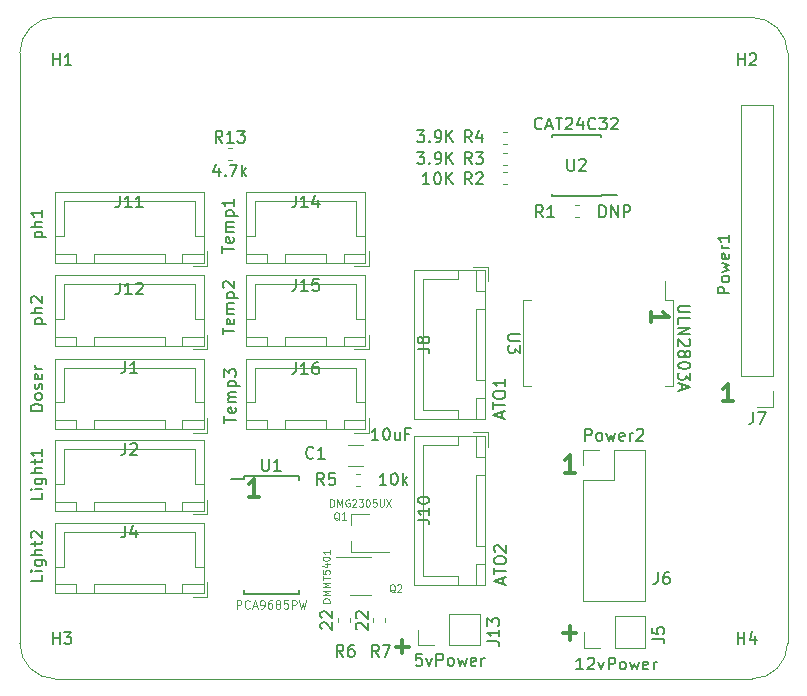
<source format=gbr>
G04 #@! TF.GenerationSoftware,KiCad,Pcbnew,(5.0.1)-3*
G04 #@! TF.CreationDate,2018-11-18T15:41:14-05:00*
G04 #@! TF.ProjectId,reef-piHat,726565662D70694861742E6B69636164,rev?*
G04 #@! TF.SameCoordinates,Original*
G04 #@! TF.FileFunction,Legend,Top*
G04 #@! TF.FilePolarity,Positive*
%FSLAX46Y46*%
G04 Gerber Fmt 4.6, Leading zero omitted, Abs format (unit mm)*
G04 Created by KiCad (PCBNEW (5.0.1)-3) date 11/18/2018 3:41:14 PM*
%MOMM*%
%LPD*%
G01*
G04 APERTURE LIST*
%ADD10C,0.300000*%
%ADD11C,0.100000*%
%ADD12C,0.120000*%
%ADD13C,0.150000*%
%ADD14C,0.080000*%
G04 APERTURE END LIST*
D10*
X131972928Y-86598071D02*
X131972928Y-85740928D01*
X131972928Y-86169500D02*
X133472928Y-86169500D01*
X133258642Y-86026642D01*
X133115785Y-85883785D01*
X133044357Y-85740928D01*
X98790071Y-101389571D02*
X97932928Y-101389571D01*
X98361500Y-101389571D02*
X98361500Y-99889571D01*
X98218642Y-100103857D01*
X98075785Y-100246714D01*
X97932928Y-100318142D01*
X138922071Y-93325071D02*
X138064928Y-93325071D01*
X138493500Y-93325071D02*
X138493500Y-91825071D01*
X138350642Y-92039357D01*
X138207785Y-92182214D01*
X138064928Y-92253642D01*
X125523571Y-99357571D02*
X124666428Y-99357571D01*
X125095000Y-99357571D02*
X125095000Y-97857571D01*
X124952142Y-98071857D01*
X124809285Y-98214714D01*
X124666428Y-98286142D01*
X110363071Y-114089642D02*
X111505928Y-114089642D01*
X110934500Y-114661071D02*
X110934500Y-113518214D01*
X124523571Y-112946642D02*
X125666428Y-112946642D01*
X125095000Y-113518071D02*
X125095000Y-112375214D01*
D11*
X78546356Y-63817611D02*
X78546356Y-113817611D01*
X78546356Y-63817611D02*
G75*
G02X81546356Y-60817611I3000000J0D01*
G01*
X140546356Y-60817611D02*
X81546356Y-60817611D01*
X140546356Y-60817611D02*
G75*
G02X143546356Y-63817611I0J-3000000D01*
G01*
X143546356Y-113817611D02*
X143546356Y-63817611D01*
X81546356Y-116817611D02*
G75*
G02X78546356Y-113817611I0J3000000D01*
G01*
X81546356Y-116817611D02*
X140546356Y-116817611D01*
X143546351Y-113822847D02*
G75*
G02X140546356Y-116817611I-2999995J5236D01*
G01*
D12*
G04 #@! TO.C,J15*
X108069500Y-88919500D02*
X108069500Y-87669500D01*
X106819500Y-88919500D02*
X108069500Y-88919500D01*
X98419500Y-83419500D02*
X102719500Y-83419500D01*
X98419500Y-86369500D02*
X98419500Y-83419500D01*
X97669500Y-86369500D02*
X98419500Y-86369500D01*
X107019500Y-83419500D02*
X102719500Y-83419500D01*
X107019500Y-86369500D02*
X107019500Y-83419500D01*
X107769500Y-86369500D02*
X107019500Y-86369500D01*
X97669500Y-88619500D02*
X99469500Y-88619500D01*
X97669500Y-87869500D02*
X97669500Y-88619500D01*
X99469500Y-87869500D02*
X97669500Y-87869500D01*
X99469500Y-88619500D02*
X99469500Y-87869500D01*
X105969500Y-88619500D02*
X107769500Y-88619500D01*
X105969500Y-87869500D02*
X105969500Y-88619500D01*
X107769500Y-87869500D02*
X105969500Y-87869500D01*
X107769500Y-88619500D02*
X107769500Y-87869500D01*
X100969500Y-88619500D02*
X104469500Y-88619500D01*
X100969500Y-87869500D02*
X100969500Y-88619500D01*
X104469500Y-87869500D02*
X100969500Y-87869500D01*
X104469500Y-88619500D02*
X104469500Y-87869500D01*
X97659500Y-88629500D02*
X107779500Y-88629500D01*
X97659500Y-82659500D02*
X97659500Y-88629500D01*
X107779500Y-82659500D02*
X97659500Y-82659500D01*
X107779500Y-88629500D02*
X107779500Y-82659500D01*
G04 #@! TO.C,J2*
X94127000Y-102599500D02*
X94127000Y-96629500D01*
X94127000Y-96629500D02*
X81507000Y-96629500D01*
X81507000Y-96629500D02*
X81507000Y-102599500D01*
X81507000Y-102599500D02*
X94127000Y-102599500D01*
X90817000Y-102589500D02*
X90817000Y-101839500D01*
X90817000Y-101839500D02*
X84817000Y-101839500D01*
X84817000Y-101839500D02*
X84817000Y-102589500D01*
X84817000Y-102589500D02*
X90817000Y-102589500D01*
X94117000Y-102589500D02*
X94117000Y-101839500D01*
X94117000Y-101839500D02*
X92317000Y-101839500D01*
X92317000Y-101839500D02*
X92317000Y-102589500D01*
X92317000Y-102589500D02*
X94117000Y-102589500D01*
X83317000Y-102589500D02*
X83317000Y-101839500D01*
X83317000Y-101839500D02*
X81517000Y-101839500D01*
X81517000Y-101839500D02*
X81517000Y-102589500D01*
X81517000Y-102589500D02*
X83317000Y-102589500D01*
X94117000Y-100339500D02*
X93367000Y-100339500D01*
X93367000Y-100339500D02*
X93367000Y-97389500D01*
X93367000Y-97389500D02*
X87817000Y-97389500D01*
X81517000Y-100339500D02*
X82267000Y-100339500D01*
X82267000Y-100339500D02*
X82267000Y-97389500D01*
X82267000Y-97389500D02*
X87817000Y-97389500D01*
X93167000Y-102889500D02*
X94417000Y-102889500D01*
X94417000Y-102889500D02*
X94417000Y-101639500D01*
G04 #@! TO.C,J1*
X94417000Y-95968000D02*
X94417000Y-94718000D01*
X93167000Y-95968000D02*
X94417000Y-95968000D01*
X82267000Y-90468000D02*
X87817000Y-90468000D01*
X82267000Y-93418000D02*
X82267000Y-90468000D01*
X81517000Y-93418000D02*
X82267000Y-93418000D01*
X93367000Y-90468000D02*
X87817000Y-90468000D01*
X93367000Y-93418000D02*
X93367000Y-90468000D01*
X94117000Y-93418000D02*
X93367000Y-93418000D01*
X81517000Y-95668000D02*
X83317000Y-95668000D01*
X81517000Y-94918000D02*
X81517000Y-95668000D01*
X83317000Y-94918000D02*
X81517000Y-94918000D01*
X83317000Y-95668000D02*
X83317000Y-94918000D01*
X92317000Y-95668000D02*
X94117000Y-95668000D01*
X92317000Y-94918000D02*
X92317000Y-95668000D01*
X94117000Y-94918000D02*
X92317000Y-94918000D01*
X94117000Y-95668000D02*
X94117000Y-94918000D01*
X84817000Y-95668000D02*
X90817000Y-95668000D01*
X84817000Y-94918000D02*
X84817000Y-95668000D01*
X90817000Y-94918000D02*
X84817000Y-94918000D01*
X90817000Y-95668000D02*
X90817000Y-94918000D01*
X81507000Y-95678000D02*
X94127000Y-95678000D01*
X81507000Y-89708000D02*
X81507000Y-95678000D01*
X94127000Y-89708000D02*
X81507000Y-89708000D01*
X94127000Y-95678000D02*
X94127000Y-89708000D01*
G04 #@! TO.C,J4*
X94127000Y-109584500D02*
X94127000Y-103614500D01*
X94127000Y-103614500D02*
X81507000Y-103614500D01*
X81507000Y-103614500D02*
X81507000Y-109584500D01*
X81507000Y-109584500D02*
X94127000Y-109584500D01*
X90817000Y-109574500D02*
X90817000Y-108824500D01*
X90817000Y-108824500D02*
X84817000Y-108824500D01*
X84817000Y-108824500D02*
X84817000Y-109574500D01*
X84817000Y-109574500D02*
X90817000Y-109574500D01*
X94117000Y-109574500D02*
X94117000Y-108824500D01*
X94117000Y-108824500D02*
X92317000Y-108824500D01*
X92317000Y-108824500D02*
X92317000Y-109574500D01*
X92317000Y-109574500D02*
X94117000Y-109574500D01*
X83317000Y-109574500D02*
X83317000Y-108824500D01*
X83317000Y-108824500D02*
X81517000Y-108824500D01*
X81517000Y-108824500D02*
X81517000Y-109574500D01*
X81517000Y-109574500D02*
X83317000Y-109574500D01*
X94117000Y-107324500D02*
X93367000Y-107324500D01*
X93367000Y-107324500D02*
X93367000Y-104374500D01*
X93367000Y-104374500D02*
X87817000Y-104374500D01*
X81517000Y-107324500D02*
X82267000Y-107324500D01*
X82267000Y-107324500D02*
X82267000Y-104374500D01*
X82267000Y-104374500D02*
X87817000Y-104374500D01*
X93167000Y-109874500D02*
X94417000Y-109874500D01*
X94417000Y-109874500D02*
X94417000Y-108624500D01*
G04 #@! TO.C,J8*
X117903000Y-82212500D02*
X111933000Y-82212500D01*
X111933000Y-82212500D02*
X111933000Y-94832500D01*
X111933000Y-94832500D02*
X117903000Y-94832500D01*
X117903000Y-94832500D02*
X117903000Y-82212500D01*
X117893000Y-85522500D02*
X117143000Y-85522500D01*
X117143000Y-85522500D02*
X117143000Y-91522500D01*
X117143000Y-91522500D02*
X117893000Y-91522500D01*
X117893000Y-91522500D02*
X117893000Y-85522500D01*
X117893000Y-82222500D02*
X117143000Y-82222500D01*
X117143000Y-82222500D02*
X117143000Y-84022500D01*
X117143000Y-84022500D02*
X117893000Y-84022500D01*
X117893000Y-84022500D02*
X117893000Y-82222500D01*
X117893000Y-93022500D02*
X117143000Y-93022500D01*
X117143000Y-93022500D02*
X117143000Y-94822500D01*
X117143000Y-94822500D02*
X117893000Y-94822500D01*
X117893000Y-94822500D02*
X117893000Y-93022500D01*
X115643000Y-82222500D02*
X115643000Y-82972500D01*
X115643000Y-82972500D02*
X112693000Y-82972500D01*
X112693000Y-82972500D02*
X112693000Y-88522500D01*
X115643000Y-94822500D02*
X115643000Y-94072500D01*
X115643000Y-94072500D02*
X112693000Y-94072500D01*
X112693000Y-94072500D02*
X112693000Y-88522500D01*
X118193000Y-83172500D02*
X118193000Y-81922500D01*
X118193000Y-81922500D02*
X116943000Y-81922500D01*
G04 #@! TO.C,J10*
X118193000Y-95956000D02*
X116943000Y-95956000D01*
X118193000Y-97206000D02*
X118193000Y-95956000D01*
X112693000Y-108106000D02*
X112693000Y-102556000D01*
X115643000Y-108106000D02*
X112693000Y-108106000D01*
X115643000Y-108856000D02*
X115643000Y-108106000D01*
X112693000Y-97006000D02*
X112693000Y-102556000D01*
X115643000Y-97006000D02*
X112693000Y-97006000D01*
X115643000Y-96256000D02*
X115643000Y-97006000D01*
X117893000Y-108856000D02*
X117893000Y-107056000D01*
X117143000Y-108856000D02*
X117893000Y-108856000D01*
X117143000Y-107056000D02*
X117143000Y-108856000D01*
X117893000Y-107056000D02*
X117143000Y-107056000D01*
X117893000Y-98056000D02*
X117893000Y-96256000D01*
X117143000Y-98056000D02*
X117893000Y-98056000D01*
X117143000Y-96256000D02*
X117143000Y-98056000D01*
X117893000Y-96256000D02*
X117143000Y-96256000D01*
X117893000Y-105556000D02*
X117893000Y-99556000D01*
X117143000Y-105556000D02*
X117893000Y-105556000D01*
X117143000Y-99556000D02*
X117143000Y-105556000D01*
X117893000Y-99556000D02*
X117143000Y-99556000D01*
X117903000Y-108866000D02*
X117903000Y-96246000D01*
X111933000Y-108866000D02*
X117903000Y-108866000D01*
X111933000Y-96246000D02*
X111933000Y-108866000D01*
X117903000Y-96246000D02*
X111933000Y-96246000D01*
G04 #@! TO.C,J11*
X94127000Y-81581000D02*
X94127000Y-75611000D01*
X94127000Y-75611000D02*
X81507000Y-75611000D01*
X81507000Y-75611000D02*
X81507000Y-81581000D01*
X81507000Y-81581000D02*
X94127000Y-81581000D01*
X90817000Y-81571000D02*
X90817000Y-80821000D01*
X90817000Y-80821000D02*
X84817000Y-80821000D01*
X84817000Y-80821000D02*
X84817000Y-81571000D01*
X84817000Y-81571000D02*
X90817000Y-81571000D01*
X94117000Y-81571000D02*
X94117000Y-80821000D01*
X94117000Y-80821000D02*
X92317000Y-80821000D01*
X92317000Y-80821000D02*
X92317000Y-81571000D01*
X92317000Y-81571000D02*
X94117000Y-81571000D01*
X83317000Y-81571000D02*
X83317000Y-80821000D01*
X83317000Y-80821000D02*
X81517000Y-80821000D01*
X81517000Y-80821000D02*
X81517000Y-81571000D01*
X81517000Y-81571000D02*
X83317000Y-81571000D01*
X94117000Y-79321000D02*
X93367000Y-79321000D01*
X93367000Y-79321000D02*
X93367000Y-76371000D01*
X93367000Y-76371000D02*
X87817000Y-76371000D01*
X81517000Y-79321000D02*
X82267000Y-79321000D01*
X82267000Y-79321000D02*
X82267000Y-76371000D01*
X82267000Y-76371000D02*
X87817000Y-76371000D01*
X93167000Y-81871000D02*
X94417000Y-81871000D01*
X94417000Y-81871000D02*
X94417000Y-80621000D01*
G04 #@! TO.C,J12*
X94417000Y-88919500D02*
X94417000Y-87669500D01*
X93167000Y-88919500D02*
X94417000Y-88919500D01*
X82267000Y-83419500D02*
X87817000Y-83419500D01*
X82267000Y-86369500D02*
X82267000Y-83419500D01*
X81517000Y-86369500D02*
X82267000Y-86369500D01*
X93367000Y-83419500D02*
X87817000Y-83419500D01*
X93367000Y-86369500D02*
X93367000Y-83419500D01*
X94117000Y-86369500D02*
X93367000Y-86369500D01*
X81517000Y-88619500D02*
X83317000Y-88619500D01*
X81517000Y-87869500D02*
X81517000Y-88619500D01*
X83317000Y-87869500D02*
X81517000Y-87869500D01*
X83317000Y-88619500D02*
X83317000Y-87869500D01*
X92317000Y-88619500D02*
X94117000Y-88619500D01*
X92317000Y-87869500D02*
X92317000Y-88619500D01*
X94117000Y-87869500D02*
X92317000Y-87869500D01*
X94117000Y-88619500D02*
X94117000Y-87869500D01*
X84817000Y-88619500D02*
X90817000Y-88619500D01*
X84817000Y-87869500D02*
X84817000Y-88619500D01*
X90817000Y-87869500D02*
X84817000Y-87869500D01*
X90817000Y-88619500D02*
X90817000Y-87869500D01*
X81507000Y-88629500D02*
X94127000Y-88629500D01*
X81507000Y-82659500D02*
X81507000Y-88629500D01*
X94127000Y-82659500D02*
X81507000Y-82659500D01*
X94127000Y-88629500D02*
X94127000Y-82659500D01*
G04 #@! TO.C,J13*
X117471500Y-113979000D02*
X117471500Y-111319000D01*
X114871500Y-113979000D02*
X117471500Y-113979000D01*
X114871500Y-111319000D02*
X117471500Y-111319000D01*
X114871500Y-113979000D02*
X114871500Y-111319000D01*
X113601500Y-113979000D02*
X112271500Y-113979000D01*
X112271500Y-113979000D02*
X112271500Y-112649000D01*
G04 #@! TO.C,J14*
X107779500Y-81581000D02*
X107779500Y-75611000D01*
X107779500Y-75611000D02*
X97659500Y-75611000D01*
X97659500Y-75611000D02*
X97659500Y-81581000D01*
X97659500Y-81581000D02*
X107779500Y-81581000D01*
X104469500Y-81571000D02*
X104469500Y-80821000D01*
X104469500Y-80821000D02*
X100969500Y-80821000D01*
X100969500Y-80821000D02*
X100969500Y-81571000D01*
X100969500Y-81571000D02*
X104469500Y-81571000D01*
X107769500Y-81571000D02*
X107769500Y-80821000D01*
X107769500Y-80821000D02*
X105969500Y-80821000D01*
X105969500Y-80821000D02*
X105969500Y-81571000D01*
X105969500Y-81571000D02*
X107769500Y-81571000D01*
X99469500Y-81571000D02*
X99469500Y-80821000D01*
X99469500Y-80821000D02*
X97669500Y-80821000D01*
X97669500Y-80821000D02*
X97669500Y-81571000D01*
X97669500Y-81571000D02*
X99469500Y-81571000D01*
X107769500Y-79321000D02*
X107019500Y-79321000D01*
X107019500Y-79321000D02*
X107019500Y-76371000D01*
X107019500Y-76371000D02*
X102719500Y-76371000D01*
X97669500Y-79321000D02*
X98419500Y-79321000D01*
X98419500Y-79321000D02*
X98419500Y-76371000D01*
X98419500Y-76371000D02*
X102719500Y-76371000D01*
X106819500Y-81871000D02*
X108069500Y-81871000D01*
X108069500Y-81871000D02*
X108069500Y-80621000D01*
G04 #@! TO.C,J16*
X107779500Y-95678000D02*
X107779500Y-89708000D01*
X107779500Y-89708000D02*
X97659500Y-89708000D01*
X97659500Y-89708000D02*
X97659500Y-95678000D01*
X97659500Y-95678000D02*
X107779500Y-95678000D01*
X104469500Y-95668000D02*
X104469500Y-94918000D01*
X104469500Y-94918000D02*
X100969500Y-94918000D01*
X100969500Y-94918000D02*
X100969500Y-95668000D01*
X100969500Y-95668000D02*
X104469500Y-95668000D01*
X107769500Y-95668000D02*
X107769500Y-94918000D01*
X107769500Y-94918000D02*
X105969500Y-94918000D01*
X105969500Y-94918000D02*
X105969500Y-95668000D01*
X105969500Y-95668000D02*
X107769500Y-95668000D01*
X99469500Y-95668000D02*
X99469500Y-94918000D01*
X99469500Y-94918000D02*
X97669500Y-94918000D01*
X97669500Y-94918000D02*
X97669500Y-95668000D01*
X97669500Y-95668000D02*
X99469500Y-95668000D01*
X107769500Y-93418000D02*
X107019500Y-93418000D01*
X107019500Y-93418000D02*
X107019500Y-90468000D01*
X107019500Y-90468000D02*
X102719500Y-90468000D01*
X97669500Y-93418000D02*
X98419500Y-93418000D01*
X98419500Y-93418000D02*
X98419500Y-90468000D01*
X98419500Y-90468000D02*
X102719500Y-90468000D01*
X106819500Y-95968000D02*
X108069500Y-95968000D01*
X108069500Y-95968000D02*
X108069500Y-94718000D01*
G04 #@! TO.C,R5*
X106967233Y-99439000D02*
X107309767Y-99439000D01*
X106967233Y-100459000D02*
X107309767Y-100459000D01*
G04 #@! TO.C,R13*
X96158233Y-72900000D02*
X96500767Y-72900000D01*
X96158233Y-71880000D02*
X96500767Y-71880000D01*
D13*
G04 #@! TO.C,U1*
X97497000Y-99673000D02*
X97497000Y-99898000D01*
X102147000Y-99673000D02*
X102147000Y-99998000D01*
X102147000Y-109623000D02*
X102147000Y-109298000D01*
X97497000Y-109623000D02*
X97497000Y-109298000D01*
X97497000Y-99673000D02*
X102147000Y-99673000D01*
X97497000Y-109623000D02*
X102147000Y-109623000D01*
X97497000Y-99898000D02*
X96422000Y-99898000D01*
D12*
G04 #@! TO.C,U3*
X133148000Y-83167000D02*
X133148000Y-84782000D01*
X133148000Y-84782000D02*
X133868000Y-84782000D01*
X133868000Y-84782000D02*
X133868000Y-92002000D01*
X133868000Y-92002000D02*
X133148000Y-92002000D01*
X121868000Y-84782000D02*
X121148000Y-84782000D01*
X121148000Y-84782000D02*
X121148000Y-92002000D01*
X121148000Y-92002000D02*
X121868000Y-92002000D01*
G04 #@! TO.C,C1*
X106368436Y-97007000D02*
X107572564Y-97007000D01*
X106368436Y-98827000D02*
X107572564Y-98827000D01*
G04 #@! TO.C,J7*
X142300000Y-68266000D02*
X139640000Y-68266000D01*
X142300000Y-91186000D02*
X142300000Y-68266000D01*
X139640000Y-91186000D02*
X139640000Y-68266000D01*
X142300000Y-91186000D02*
X139640000Y-91186000D01*
X142300000Y-92456000D02*
X142300000Y-93786000D01*
X142300000Y-93786000D02*
X140970000Y-93786000D01*
G04 #@! TO.C,J5*
X131505000Y-114169500D02*
X131505000Y-111509500D01*
X128905000Y-114169500D02*
X131505000Y-114169500D01*
X128905000Y-111509500D02*
X131505000Y-111509500D01*
X128905000Y-114169500D02*
X128905000Y-111509500D01*
X127635000Y-114169500D02*
X126305000Y-114169500D01*
X126305000Y-114169500D02*
X126305000Y-112839500D01*
G04 #@! TO.C,J6*
X126241500Y-110232500D02*
X131441500Y-110232500D01*
X126241500Y-100012500D02*
X126241500Y-110232500D01*
X131441500Y-97412500D02*
X131441500Y-110232500D01*
X126241500Y-100012500D02*
X128841500Y-100012500D01*
X128841500Y-100012500D02*
X128841500Y-97412500D01*
X128841500Y-97412500D02*
X131441500Y-97412500D01*
X126241500Y-98742500D02*
X126241500Y-97412500D01*
X126241500Y-97412500D02*
X127571500Y-97412500D01*
G04 #@! TO.C,Q1*
X106478500Y-109687000D02*
X108278500Y-109687000D01*
X108278500Y-106467000D02*
X105328500Y-106467000D01*
G04 #@! TO.C,Q2*
X106618500Y-102877500D02*
X106618500Y-103807500D01*
X106618500Y-106037500D02*
X106618500Y-105107500D01*
X106618500Y-106037500D02*
X109778500Y-106037500D01*
X106618500Y-102877500D02*
X108078500Y-102877500D01*
D13*
G04 #@! TO.C,U2*
X127741500Y-75917500D02*
X127741500Y-75867500D01*
X123591500Y-75917500D02*
X123591500Y-75772500D01*
X123591500Y-70767500D02*
X123591500Y-70912500D01*
X127741500Y-70767500D02*
X127741500Y-70912500D01*
X127741500Y-75917500D02*
X123591500Y-75917500D01*
X127741500Y-70767500D02*
X123591500Y-70767500D01*
X127741500Y-75867500D02*
X129141500Y-75867500D01*
D12*
G04 #@! TO.C,R1*
X125509233Y-76706000D02*
X125851767Y-76706000D01*
X125509233Y-77726000D02*
X125851767Y-77726000D01*
G04 #@! TO.C,R2*
X119448733Y-74932000D02*
X119791267Y-74932000D01*
X119448733Y-73912000D02*
X119791267Y-73912000D01*
G04 #@! TO.C,R3*
X119462733Y-73281000D02*
X119805267Y-73281000D01*
X119462733Y-72261000D02*
X119805267Y-72261000D01*
G04 #@! TO.C,R4*
X119462733Y-70483000D02*
X119805267Y-70483000D01*
X119462733Y-71503000D02*
X119805267Y-71503000D01*
G04 #@! TO.C,R6*
X105471500Y-111666233D02*
X105471500Y-112008767D01*
X106491500Y-111666233D02*
X106491500Y-112008767D01*
G04 #@! TO.C,R7*
X109476000Y-111701733D02*
X109476000Y-112044267D01*
X108456000Y-111701733D02*
X108456000Y-112044267D01*
G04 #@! TD*
G04 #@! TO.C,J15*
D13*
X101933476Y-82954880D02*
X101933476Y-83669166D01*
X101885857Y-83812023D01*
X101790619Y-83907261D01*
X101647761Y-83954880D01*
X101552523Y-83954880D01*
X102933476Y-83954880D02*
X102362047Y-83954880D01*
X102647761Y-83954880D02*
X102647761Y-82954880D01*
X102552523Y-83097738D01*
X102457285Y-83192976D01*
X102362047Y-83240595D01*
X103838238Y-82954880D02*
X103362047Y-82954880D01*
X103314428Y-83431071D01*
X103362047Y-83383452D01*
X103457285Y-83335833D01*
X103695380Y-83335833D01*
X103790619Y-83383452D01*
X103838238Y-83431071D01*
X103885857Y-83526309D01*
X103885857Y-83764404D01*
X103838238Y-83859642D01*
X103790619Y-83907261D01*
X103695380Y-83954880D01*
X103457285Y-83954880D01*
X103362047Y-83907261D01*
X103314428Y-83859642D01*
X95718380Y-87653523D02*
X95718380Y-87082095D01*
X96718380Y-87367809D02*
X95718380Y-87367809D01*
X96670761Y-86367809D02*
X96718380Y-86463047D01*
X96718380Y-86653523D01*
X96670761Y-86748761D01*
X96575523Y-86796380D01*
X96194571Y-86796380D01*
X96099333Y-86748761D01*
X96051714Y-86653523D01*
X96051714Y-86463047D01*
X96099333Y-86367809D01*
X96194571Y-86320190D01*
X96289809Y-86320190D01*
X96385047Y-86796380D01*
X96718380Y-85891619D02*
X96051714Y-85891619D01*
X96146952Y-85891619D02*
X96099333Y-85844000D01*
X96051714Y-85748761D01*
X96051714Y-85605904D01*
X96099333Y-85510666D01*
X96194571Y-85463047D01*
X96718380Y-85463047D01*
X96194571Y-85463047D02*
X96099333Y-85415428D01*
X96051714Y-85320190D01*
X96051714Y-85177333D01*
X96099333Y-85082095D01*
X96194571Y-85034476D01*
X96718380Y-85034476D01*
X96051714Y-84558285D02*
X97051714Y-84558285D01*
X96099333Y-84558285D02*
X96051714Y-84463047D01*
X96051714Y-84272571D01*
X96099333Y-84177333D01*
X96146952Y-84129714D01*
X96242190Y-84082095D01*
X96527904Y-84082095D01*
X96623142Y-84129714D01*
X96670761Y-84177333D01*
X96718380Y-84272571D01*
X96718380Y-84463047D01*
X96670761Y-84558285D01*
X95813619Y-83701142D02*
X95766000Y-83653523D01*
X95718380Y-83558285D01*
X95718380Y-83320190D01*
X95766000Y-83224952D01*
X95813619Y-83177333D01*
X95908857Y-83129714D01*
X96004095Y-83129714D01*
X96146952Y-83177333D01*
X96718380Y-83748761D01*
X96718380Y-83129714D01*
G04 #@! TO.C,J2*
X87483666Y-96861380D02*
X87483666Y-97575666D01*
X87436047Y-97718523D01*
X87340809Y-97813761D01*
X87197952Y-97861380D01*
X87102714Y-97861380D01*
X87912238Y-96956619D02*
X87959857Y-96909000D01*
X88055095Y-96861380D01*
X88293190Y-96861380D01*
X88388428Y-96909000D01*
X88436047Y-96956619D01*
X88483666Y-97051857D01*
X88483666Y-97147095D01*
X88436047Y-97289952D01*
X87864619Y-97861380D01*
X88483666Y-97861380D01*
X80462380Y-101099738D02*
X80462380Y-101575928D01*
X79462380Y-101575928D01*
X80462380Y-100766404D02*
X79795714Y-100766404D01*
X79462380Y-100766404D02*
X79510000Y-100814023D01*
X79557619Y-100766404D01*
X79510000Y-100718785D01*
X79462380Y-100766404D01*
X79557619Y-100766404D01*
X79795714Y-99861642D02*
X80605238Y-99861642D01*
X80700476Y-99909261D01*
X80748095Y-99956880D01*
X80795714Y-100052119D01*
X80795714Y-100194976D01*
X80748095Y-100290214D01*
X80414761Y-99861642D02*
X80462380Y-99956880D01*
X80462380Y-100147357D01*
X80414761Y-100242595D01*
X80367142Y-100290214D01*
X80271904Y-100337833D01*
X79986190Y-100337833D01*
X79890952Y-100290214D01*
X79843333Y-100242595D01*
X79795714Y-100147357D01*
X79795714Y-99956880D01*
X79843333Y-99861642D01*
X80462380Y-99385452D02*
X79462380Y-99385452D01*
X80462380Y-98956880D02*
X79938571Y-98956880D01*
X79843333Y-99004500D01*
X79795714Y-99099738D01*
X79795714Y-99242595D01*
X79843333Y-99337833D01*
X79890952Y-99385452D01*
X79795714Y-98623547D02*
X79795714Y-98242595D01*
X79462380Y-98480690D02*
X80319523Y-98480690D01*
X80414761Y-98433071D01*
X80462380Y-98337833D01*
X80462380Y-98242595D01*
X80462380Y-97385452D02*
X80462380Y-97956880D01*
X80462380Y-97671166D02*
X79462380Y-97671166D01*
X79605238Y-97766404D01*
X79700476Y-97861642D01*
X79748095Y-97956880D01*
G04 #@! TO.C,H1*
X81338095Y-64852380D02*
X81338095Y-63852380D01*
X81338095Y-64328571D02*
X81909523Y-64328571D01*
X81909523Y-64852380D02*
X81909523Y-63852380D01*
X82909523Y-64852380D02*
X82338095Y-64852380D01*
X82623809Y-64852380D02*
X82623809Y-63852380D01*
X82528571Y-63995238D01*
X82433333Y-64090476D01*
X82338095Y-64138095D01*
G04 #@! TO.C,H2*
X139338095Y-64872380D02*
X139338095Y-63872380D01*
X139338095Y-64348571D02*
X139909523Y-64348571D01*
X139909523Y-64872380D02*
X139909523Y-63872380D01*
X140338095Y-63967619D02*
X140385714Y-63920000D01*
X140480952Y-63872380D01*
X140719047Y-63872380D01*
X140814285Y-63920000D01*
X140861904Y-63967619D01*
X140909523Y-64062857D01*
X140909523Y-64158095D01*
X140861904Y-64300952D01*
X140290476Y-64872380D01*
X140909523Y-64872380D01*
G04 #@! TO.C,H3*
X81338095Y-113862380D02*
X81338095Y-112862380D01*
X81338095Y-113338571D02*
X81909523Y-113338571D01*
X81909523Y-113862380D02*
X81909523Y-112862380D01*
X82290476Y-112862380D02*
X82909523Y-112862380D01*
X82576190Y-113243333D01*
X82719047Y-113243333D01*
X82814285Y-113290952D01*
X82861904Y-113338571D01*
X82909523Y-113433809D01*
X82909523Y-113671904D01*
X82861904Y-113767142D01*
X82814285Y-113814761D01*
X82719047Y-113862380D01*
X82433333Y-113862380D01*
X82338095Y-113814761D01*
X82290476Y-113767142D01*
G04 #@! TO.C,H4*
X139328095Y-113852380D02*
X139328095Y-112852380D01*
X139328095Y-113328571D02*
X139899523Y-113328571D01*
X139899523Y-113852380D02*
X139899523Y-112852380D01*
X140804285Y-113185714D02*
X140804285Y-113852380D01*
X140566190Y-112804761D02*
X140328095Y-113519047D01*
X140947142Y-113519047D01*
G04 #@! TO.C,J1*
X87483666Y-89920380D02*
X87483666Y-90634666D01*
X87436047Y-90777523D01*
X87340809Y-90872761D01*
X87197952Y-90920380D01*
X87102714Y-90920380D01*
X88483666Y-90920380D02*
X87912238Y-90920380D01*
X88197952Y-90920380D02*
X88197952Y-89920380D01*
X88102714Y-90063238D01*
X88007476Y-90158476D01*
X87912238Y-90206095D01*
X80462380Y-94122642D02*
X79462380Y-94122642D01*
X79462380Y-93884547D01*
X79510000Y-93741690D01*
X79605238Y-93646452D01*
X79700476Y-93598833D01*
X79890952Y-93551214D01*
X80033809Y-93551214D01*
X80224285Y-93598833D01*
X80319523Y-93646452D01*
X80414761Y-93741690D01*
X80462380Y-93884547D01*
X80462380Y-94122642D01*
X80462380Y-92979785D02*
X80414761Y-93075023D01*
X80367142Y-93122642D01*
X80271904Y-93170261D01*
X79986190Y-93170261D01*
X79890952Y-93122642D01*
X79843333Y-93075023D01*
X79795714Y-92979785D01*
X79795714Y-92836928D01*
X79843333Y-92741690D01*
X79890952Y-92694071D01*
X79986190Y-92646452D01*
X80271904Y-92646452D01*
X80367142Y-92694071D01*
X80414761Y-92741690D01*
X80462380Y-92836928D01*
X80462380Y-92979785D01*
X80414761Y-92265500D02*
X80462380Y-92170261D01*
X80462380Y-91979785D01*
X80414761Y-91884547D01*
X80319523Y-91836928D01*
X80271904Y-91836928D01*
X80176666Y-91884547D01*
X80129047Y-91979785D01*
X80129047Y-92122642D01*
X80081428Y-92217880D01*
X79986190Y-92265500D01*
X79938571Y-92265500D01*
X79843333Y-92217880D01*
X79795714Y-92122642D01*
X79795714Y-91979785D01*
X79843333Y-91884547D01*
X80414761Y-91027404D02*
X80462380Y-91122642D01*
X80462380Y-91313119D01*
X80414761Y-91408357D01*
X80319523Y-91455976D01*
X79938571Y-91455976D01*
X79843333Y-91408357D01*
X79795714Y-91313119D01*
X79795714Y-91122642D01*
X79843333Y-91027404D01*
X79938571Y-90979785D01*
X80033809Y-90979785D01*
X80129047Y-91455976D01*
X80462380Y-90551214D02*
X79795714Y-90551214D01*
X79986190Y-90551214D02*
X79890952Y-90503595D01*
X79843333Y-90455976D01*
X79795714Y-90360738D01*
X79795714Y-90265500D01*
G04 #@! TO.C,J4*
X87487166Y-103846380D02*
X87487166Y-104560666D01*
X87439547Y-104703523D01*
X87344309Y-104798761D01*
X87201452Y-104846380D01*
X87106214Y-104846380D01*
X88391928Y-104179714D02*
X88391928Y-104846380D01*
X88153833Y-103798761D02*
X87915738Y-104513047D01*
X88534785Y-104513047D01*
X80462380Y-108021238D02*
X80462380Y-108497428D01*
X79462380Y-108497428D01*
X80462380Y-107687904D02*
X79795714Y-107687904D01*
X79462380Y-107687904D02*
X79510000Y-107735523D01*
X79557619Y-107687904D01*
X79510000Y-107640285D01*
X79462380Y-107687904D01*
X79557619Y-107687904D01*
X79795714Y-106783142D02*
X80605238Y-106783142D01*
X80700476Y-106830761D01*
X80748095Y-106878380D01*
X80795714Y-106973619D01*
X80795714Y-107116476D01*
X80748095Y-107211714D01*
X80414761Y-106783142D02*
X80462380Y-106878380D01*
X80462380Y-107068857D01*
X80414761Y-107164095D01*
X80367142Y-107211714D01*
X80271904Y-107259333D01*
X79986190Y-107259333D01*
X79890952Y-107211714D01*
X79843333Y-107164095D01*
X79795714Y-107068857D01*
X79795714Y-106878380D01*
X79843333Y-106783142D01*
X80462380Y-106306952D02*
X79462380Y-106306952D01*
X80462380Y-105878380D02*
X79938571Y-105878380D01*
X79843333Y-105926000D01*
X79795714Y-106021238D01*
X79795714Y-106164095D01*
X79843333Y-106259333D01*
X79890952Y-106306952D01*
X79795714Y-105545047D02*
X79795714Y-105164095D01*
X79462380Y-105402190D02*
X80319523Y-105402190D01*
X80414761Y-105354571D01*
X80462380Y-105259333D01*
X80462380Y-105164095D01*
X79557619Y-104878380D02*
X79510000Y-104830761D01*
X79462380Y-104735523D01*
X79462380Y-104497428D01*
X79510000Y-104402190D01*
X79557619Y-104354571D01*
X79652857Y-104306952D01*
X79748095Y-104306952D01*
X79890952Y-104354571D01*
X80462380Y-104926000D01*
X80462380Y-104306952D01*
G04 #@! TO.C,J8*
X112228380Y-88852333D02*
X112942666Y-88852333D01*
X113085523Y-88899952D01*
X113180761Y-88995190D01*
X113228380Y-89138047D01*
X113228380Y-89233285D01*
X112656952Y-88233285D02*
X112609333Y-88328523D01*
X112561714Y-88376142D01*
X112466476Y-88423761D01*
X112418857Y-88423761D01*
X112323619Y-88376142D01*
X112276000Y-88328523D01*
X112228380Y-88233285D01*
X112228380Y-88042809D01*
X112276000Y-87947571D01*
X112323619Y-87899952D01*
X112418857Y-87852333D01*
X112466476Y-87852333D01*
X112561714Y-87899952D01*
X112609333Y-87947571D01*
X112656952Y-88042809D01*
X112656952Y-88233285D01*
X112704571Y-88328523D01*
X112752190Y-88376142D01*
X112847428Y-88423761D01*
X113037904Y-88423761D01*
X113133142Y-88376142D01*
X113180761Y-88328523D01*
X113228380Y-88233285D01*
X113228380Y-88042809D01*
X113180761Y-87947571D01*
X113133142Y-87899952D01*
X113037904Y-87852333D01*
X112847428Y-87852333D01*
X112752190Y-87899952D01*
X112704571Y-87947571D01*
X112656952Y-88042809D01*
X119356166Y-94710047D02*
X119356166Y-94233857D01*
X119641880Y-94805285D02*
X118641880Y-94471952D01*
X119641880Y-94138619D01*
X118641880Y-93948142D02*
X118641880Y-93376714D01*
X119641880Y-93662428D02*
X118641880Y-93662428D01*
X118641880Y-92852904D02*
X118641880Y-92662428D01*
X118689500Y-92567190D01*
X118784738Y-92471952D01*
X118975214Y-92424333D01*
X119308547Y-92424333D01*
X119499023Y-92471952D01*
X119594261Y-92567190D01*
X119641880Y-92662428D01*
X119641880Y-92852904D01*
X119594261Y-92948142D01*
X119499023Y-93043380D01*
X119308547Y-93091000D01*
X118975214Y-93091000D01*
X118784738Y-93043380D01*
X118689500Y-92948142D01*
X118641880Y-92852904D01*
X119641880Y-91471952D02*
X119641880Y-92043380D01*
X119641880Y-91757666D02*
X118641880Y-91757666D01*
X118784738Y-91852904D01*
X118879976Y-91948142D01*
X118927595Y-92043380D01*
G04 #@! TO.C,J10*
X112228380Y-103362023D02*
X112942666Y-103362023D01*
X113085523Y-103409642D01*
X113180761Y-103504880D01*
X113228380Y-103647738D01*
X113228380Y-103742976D01*
X113228380Y-102362023D02*
X113228380Y-102933452D01*
X113228380Y-102647738D02*
X112228380Y-102647738D01*
X112371238Y-102742976D01*
X112466476Y-102838214D01*
X112514095Y-102933452D01*
X112228380Y-101742976D02*
X112228380Y-101647738D01*
X112276000Y-101552500D01*
X112323619Y-101504880D01*
X112418857Y-101457261D01*
X112609333Y-101409642D01*
X112847428Y-101409642D01*
X113037904Y-101457261D01*
X113133142Y-101504880D01*
X113180761Y-101552500D01*
X113228380Y-101647738D01*
X113228380Y-101742976D01*
X113180761Y-101838214D01*
X113133142Y-101885833D01*
X113037904Y-101933452D01*
X112847428Y-101981071D01*
X112609333Y-101981071D01*
X112418857Y-101933452D01*
X112323619Y-101885833D01*
X112276000Y-101838214D01*
X112228380Y-101742976D01*
X119419666Y-108743547D02*
X119419666Y-108267357D01*
X119705380Y-108838785D02*
X118705380Y-108505452D01*
X119705380Y-108172119D01*
X118705380Y-107981642D02*
X118705380Y-107410214D01*
X119705380Y-107695928D02*
X118705380Y-107695928D01*
X118705380Y-106886404D02*
X118705380Y-106695928D01*
X118753000Y-106600690D01*
X118848238Y-106505452D01*
X119038714Y-106457833D01*
X119372047Y-106457833D01*
X119562523Y-106505452D01*
X119657761Y-106600690D01*
X119705380Y-106695928D01*
X119705380Y-106886404D01*
X119657761Y-106981642D01*
X119562523Y-107076880D01*
X119372047Y-107124500D01*
X119038714Y-107124500D01*
X118848238Y-107076880D01*
X118753000Y-106981642D01*
X118705380Y-106886404D01*
X118800619Y-106076880D02*
X118753000Y-106029261D01*
X118705380Y-105934023D01*
X118705380Y-105695928D01*
X118753000Y-105600690D01*
X118800619Y-105553071D01*
X118895857Y-105505452D01*
X118991095Y-105505452D01*
X119133952Y-105553071D01*
X119705380Y-106124500D01*
X119705380Y-105505452D01*
G04 #@! TO.C,J11*
X87007476Y-75906380D02*
X87007476Y-76620666D01*
X86959857Y-76763523D01*
X86864619Y-76858761D01*
X86721761Y-76906380D01*
X86626523Y-76906380D01*
X88007476Y-76906380D02*
X87436047Y-76906380D01*
X87721761Y-76906380D02*
X87721761Y-75906380D01*
X87626523Y-76049238D01*
X87531285Y-76144476D01*
X87436047Y-76192095D01*
X88959857Y-76906380D02*
X88388428Y-76906380D01*
X88674142Y-76906380D02*
X88674142Y-75906380D01*
X88578904Y-76049238D01*
X88483666Y-76144476D01*
X88388428Y-76192095D01*
X79795714Y-79438357D02*
X80795714Y-79438357D01*
X79843333Y-79438357D02*
X79795714Y-79343119D01*
X79795714Y-79152642D01*
X79843333Y-79057404D01*
X79890952Y-79009785D01*
X79986190Y-78962166D01*
X80271904Y-78962166D01*
X80367142Y-79009785D01*
X80414761Y-79057404D01*
X80462380Y-79152642D01*
X80462380Y-79343119D01*
X80414761Y-79438357D01*
X80462380Y-78533595D02*
X79462380Y-78533595D01*
X80462380Y-78105023D02*
X79938571Y-78105023D01*
X79843333Y-78152642D01*
X79795714Y-78247880D01*
X79795714Y-78390738D01*
X79843333Y-78485976D01*
X79890952Y-78533595D01*
X80462380Y-77105023D02*
X80462380Y-77676452D01*
X80462380Y-77390738D02*
X79462380Y-77390738D01*
X79605238Y-77485976D01*
X79700476Y-77581214D01*
X79748095Y-77676452D01*
G04 #@! TO.C,J12*
X87010976Y-83272380D02*
X87010976Y-83986666D01*
X86963357Y-84129523D01*
X86868119Y-84224761D01*
X86725261Y-84272380D01*
X86630023Y-84272380D01*
X88010976Y-84272380D02*
X87439547Y-84272380D01*
X87725261Y-84272380D02*
X87725261Y-83272380D01*
X87630023Y-83415238D01*
X87534785Y-83510476D01*
X87439547Y-83558095D01*
X88391928Y-83367619D02*
X88439547Y-83320000D01*
X88534785Y-83272380D01*
X88772880Y-83272380D01*
X88868119Y-83320000D01*
X88915738Y-83367619D01*
X88963357Y-83462857D01*
X88963357Y-83558095D01*
X88915738Y-83700952D01*
X88344309Y-84272380D01*
X88963357Y-84272380D01*
X79795714Y-86740857D02*
X80795714Y-86740857D01*
X79843333Y-86740857D02*
X79795714Y-86645619D01*
X79795714Y-86455142D01*
X79843333Y-86359904D01*
X79890952Y-86312285D01*
X79986190Y-86264666D01*
X80271904Y-86264666D01*
X80367142Y-86312285D01*
X80414761Y-86359904D01*
X80462380Y-86455142D01*
X80462380Y-86645619D01*
X80414761Y-86740857D01*
X80462380Y-85836095D02*
X79462380Y-85836095D01*
X80462380Y-85407523D02*
X79938571Y-85407523D01*
X79843333Y-85455142D01*
X79795714Y-85550380D01*
X79795714Y-85693238D01*
X79843333Y-85788476D01*
X79890952Y-85836095D01*
X79557619Y-84978952D02*
X79510000Y-84931333D01*
X79462380Y-84836095D01*
X79462380Y-84598000D01*
X79510000Y-84502761D01*
X79557619Y-84455142D01*
X79652857Y-84407523D01*
X79748095Y-84407523D01*
X79890952Y-84455142D01*
X80462380Y-85026571D01*
X80462380Y-84407523D01*
G04 #@! TO.C,J13*
X118133880Y-113649023D02*
X118848166Y-113649023D01*
X118991023Y-113696642D01*
X119086261Y-113791880D01*
X119133880Y-113934738D01*
X119133880Y-114029976D01*
X119133880Y-112649023D02*
X119133880Y-113220452D01*
X119133880Y-112934738D02*
X118133880Y-112934738D01*
X118276738Y-113029976D01*
X118371976Y-113125214D01*
X118419595Y-113220452D01*
X118133880Y-112315690D02*
X118133880Y-111696642D01*
X118514833Y-112029976D01*
X118514833Y-111887119D01*
X118562452Y-111791880D01*
X118610071Y-111744261D01*
X118705309Y-111696642D01*
X118943404Y-111696642D01*
X119038642Y-111744261D01*
X119086261Y-111791880D01*
X119133880Y-111887119D01*
X119133880Y-112172833D01*
X119086261Y-112268071D01*
X119038642Y-112315690D01*
X112577857Y-114704880D02*
X112101666Y-114704880D01*
X112054047Y-115181071D01*
X112101666Y-115133452D01*
X112196904Y-115085833D01*
X112435000Y-115085833D01*
X112530238Y-115133452D01*
X112577857Y-115181071D01*
X112625476Y-115276309D01*
X112625476Y-115514404D01*
X112577857Y-115609642D01*
X112530238Y-115657261D01*
X112435000Y-115704880D01*
X112196904Y-115704880D01*
X112101666Y-115657261D01*
X112054047Y-115609642D01*
X112958809Y-115038214D02*
X113196904Y-115704880D01*
X113435000Y-115038214D01*
X113815952Y-115704880D02*
X113815952Y-114704880D01*
X114196904Y-114704880D01*
X114292142Y-114752500D01*
X114339761Y-114800119D01*
X114387380Y-114895357D01*
X114387380Y-115038214D01*
X114339761Y-115133452D01*
X114292142Y-115181071D01*
X114196904Y-115228690D01*
X113815952Y-115228690D01*
X114958809Y-115704880D02*
X114863571Y-115657261D01*
X114815952Y-115609642D01*
X114768333Y-115514404D01*
X114768333Y-115228690D01*
X114815952Y-115133452D01*
X114863571Y-115085833D01*
X114958809Y-115038214D01*
X115101666Y-115038214D01*
X115196904Y-115085833D01*
X115244523Y-115133452D01*
X115292142Y-115228690D01*
X115292142Y-115514404D01*
X115244523Y-115609642D01*
X115196904Y-115657261D01*
X115101666Y-115704880D01*
X114958809Y-115704880D01*
X115625476Y-115038214D02*
X115815952Y-115704880D01*
X116006428Y-115228690D01*
X116196904Y-115704880D01*
X116387380Y-115038214D01*
X117149285Y-115657261D02*
X117054047Y-115704880D01*
X116863571Y-115704880D01*
X116768333Y-115657261D01*
X116720714Y-115562023D01*
X116720714Y-115181071D01*
X116768333Y-115085833D01*
X116863571Y-115038214D01*
X117054047Y-115038214D01*
X117149285Y-115085833D01*
X117196904Y-115181071D01*
X117196904Y-115276309D01*
X116720714Y-115371547D01*
X117625476Y-115704880D02*
X117625476Y-115038214D01*
X117625476Y-115228690D02*
X117673095Y-115133452D01*
X117720714Y-115085833D01*
X117815952Y-115038214D01*
X117911190Y-115038214D01*
G04 #@! TO.C,J14*
X101933476Y-75906380D02*
X101933476Y-76620666D01*
X101885857Y-76763523D01*
X101790619Y-76858761D01*
X101647761Y-76906380D01*
X101552523Y-76906380D01*
X102933476Y-76906380D02*
X102362047Y-76906380D01*
X102647761Y-76906380D02*
X102647761Y-75906380D01*
X102552523Y-76049238D01*
X102457285Y-76144476D01*
X102362047Y-76192095D01*
X103790619Y-76239714D02*
X103790619Y-76906380D01*
X103552523Y-75858761D02*
X103314428Y-76573047D01*
X103933476Y-76573047D01*
X95654880Y-80732023D02*
X95654880Y-80160595D01*
X96654880Y-80446309D02*
X95654880Y-80446309D01*
X96607261Y-79446309D02*
X96654880Y-79541547D01*
X96654880Y-79732023D01*
X96607261Y-79827261D01*
X96512023Y-79874880D01*
X96131071Y-79874880D01*
X96035833Y-79827261D01*
X95988214Y-79732023D01*
X95988214Y-79541547D01*
X96035833Y-79446309D01*
X96131071Y-79398690D01*
X96226309Y-79398690D01*
X96321547Y-79874880D01*
X96654880Y-78970119D02*
X95988214Y-78970119D01*
X96083452Y-78970119D02*
X96035833Y-78922500D01*
X95988214Y-78827261D01*
X95988214Y-78684404D01*
X96035833Y-78589166D01*
X96131071Y-78541547D01*
X96654880Y-78541547D01*
X96131071Y-78541547D02*
X96035833Y-78493928D01*
X95988214Y-78398690D01*
X95988214Y-78255833D01*
X96035833Y-78160595D01*
X96131071Y-78112976D01*
X96654880Y-78112976D01*
X95988214Y-77636785D02*
X96988214Y-77636785D01*
X96035833Y-77636785D02*
X95988214Y-77541547D01*
X95988214Y-77351071D01*
X96035833Y-77255833D01*
X96083452Y-77208214D01*
X96178690Y-77160595D01*
X96464404Y-77160595D01*
X96559642Y-77208214D01*
X96607261Y-77255833D01*
X96654880Y-77351071D01*
X96654880Y-77541547D01*
X96607261Y-77636785D01*
X96654880Y-76208214D02*
X96654880Y-76779642D01*
X96654880Y-76493928D02*
X95654880Y-76493928D01*
X95797738Y-76589166D01*
X95892976Y-76684404D01*
X95940595Y-76779642D01*
G04 #@! TO.C,J16*
X101933476Y-90003380D02*
X101933476Y-90717666D01*
X101885857Y-90860523D01*
X101790619Y-90955761D01*
X101647761Y-91003380D01*
X101552523Y-91003380D01*
X102933476Y-91003380D02*
X102362047Y-91003380D01*
X102647761Y-91003380D02*
X102647761Y-90003380D01*
X102552523Y-90146238D01*
X102457285Y-90241476D01*
X102362047Y-90289095D01*
X103790619Y-90003380D02*
X103600142Y-90003380D01*
X103504904Y-90051000D01*
X103457285Y-90098619D01*
X103362047Y-90241476D01*
X103314428Y-90431952D01*
X103314428Y-90812904D01*
X103362047Y-90908142D01*
X103409666Y-90955761D01*
X103504904Y-91003380D01*
X103695380Y-91003380D01*
X103790619Y-90955761D01*
X103838238Y-90908142D01*
X103885857Y-90812904D01*
X103885857Y-90574809D01*
X103838238Y-90479571D01*
X103790619Y-90431952D01*
X103695380Y-90384333D01*
X103504904Y-90384333D01*
X103409666Y-90431952D01*
X103362047Y-90479571D01*
X103314428Y-90574809D01*
X95845380Y-95146523D02*
X95845380Y-94575095D01*
X96845380Y-94860809D02*
X95845380Y-94860809D01*
X96797761Y-93860809D02*
X96845380Y-93956047D01*
X96845380Y-94146523D01*
X96797761Y-94241761D01*
X96702523Y-94289380D01*
X96321571Y-94289380D01*
X96226333Y-94241761D01*
X96178714Y-94146523D01*
X96178714Y-93956047D01*
X96226333Y-93860809D01*
X96321571Y-93813190D01*
X96416809Y-93813190D01*
X96512047Y-94289380D01*
X96845380Y-93384619D02*
X96178714Y-93384619D01*
X96273952Y-93384619D02*
X96226333Y-93337000D01*
X96178714Y-93241761D01*
X96178714Y-93098904D01*
X96226333Y-93003666D01*
X96321571Y-92956047D01*
X96845380Y-92956047D01*
X96321571Y-92956047D02*
X96226333Y-92908428D01*
X96178714Y-92813190D01*
X96178714Y-92670333D01*
X96226333Y-92575095D01*
X96321571Y-92527476D01*
X96845380Y-92527476D01*
X96178714Y-92051285D02*
X97178714Y-92051285D01*
X96226333Y-92051285D02*
X96178714Y-91956047D01*
X96178714Y-91765571D01*
X96226333Y-91670333D01*
X96273952Y-91622714D01*
X96369190Y-91575095D01*
X96654904Y-91575095D01*
X96750142Y-91622714D01*
X96797761Y-91670333D01*
X96845380Y-91765571D01*
X96845380Y-91956047D01*
X96797761Y-92051285D01*
X95845380Y-91241761D02*
X95845380Y-90622714D01*
X96226333Y-90956047D01*
X96226333Y-90813190D01*
X96273952Y-90717952D01*
X96321571Y-90670333D01*
X96416809Y-90622714D01*
X96654904Y-90622714D01*
X96750142Y-90670333D01*
X96797761Y-90717952D01*
X96845380Y-90813190D01*
X96845380Y-91098904D01*
X96797761Y-91194142D01*
X96750142Y-91241761D01*
G04 #@! TO.C,R5*
X104304833Y-100401380D02*
X103971500Y-99925190D01*
X103733404Y-100401380D02*
X103733404Y-99401380D01*
X104114357Y-99401380D01*
X104209595Y-99449000D01*
X104257214Y-99496619D01*
X104304833Y-99591857D01*
X104304833Y-99734714D01*
X104257214Y-99829952D01*
X104209595Y-99877571D01*
X104114357Y-99925190D01*
X103733404Y-99925190D01*
X105209595Y-99401380D02*
X104733404Y-99401380D01*
X104685785Y-99877571D01*
X104733404Y-99829952D01*
X104828642Y-99782333D01*
X105066738Y-99782333D01*
X105161976Y-99829952D01*
X105209595Y-99877571D01*
X105257214Y-99972809D01*
X105257214Y-100210904D01*
X105209595Y-100306142D01*
X105161976Y-100353761D01*
X105066738Y-100401380D01*
X104828642Y-100401380D01*
X104733404Y-100353761D01*
X104685785Y-100306142D01*
X109577261Y-100401380D02*
X109005833Y-100401380D01*
X109291547Y-100401380D02*
X109291547Y-99401380D01*
X109196309Y-99544238D01*
X109101071Y-99639476D01*
X109005833Y-99687095D01*
X110196309Y-99401380D02*
X110291547Y-99401380D01*
X110386785Y-99449000D01*
X110434404Y-99496619D01*
X110482023Y-99591857D01*
X110529642Y-99782333D01*
X110529642Y-100020428D01*
X110482023Y-100210904D01*
X110434404Y-100306142D01*
X110386785Y-100353761D01*
X110291547Y-100401380D01*
X110196309Y-100401380D01*
X110101071Y-100353761D01*
X110053452Y-100306142D01*
X110005833Y-100210904D01*
X109958214Y-100020428D01*
X109958214Y-99782333D01*
X110005833Y-99591857D01*
X110053452Y-99496619D01*
X110101071Y-99449000D01*
X110196309Y-99401380D01*
X110958214Y-100401380D02*
X110958214Y-99401380D01*
X111053452Y-100020428D02*
X111339166Y-100401380D01*
X111339166Y-99734714D02*
X110958214Y-100115666D01*
G04 #@! TO.C,R13*
X95686642Y-71412380D02*
X95353309Y-70936190D01*
X95115214Y-71412380D02*
X95115214Y-70412380D01*
X95496166Y-70412380D01*
X95591404Y-70460000D01*
X95639023Y-70507619D01*
X95686642Y-70602857D01*
X95686642Y-70745714D01*
X95639023Y-70840952D01*
X95591404Y-70888571D01*
X95496166Y-70936190D01*
X95115214Y-70936190D01*
X96639023Y-71412380D02*
X96067595Y-71412380D01*
X96353309Y-71412380D02*
X96353309Y-70412380D01*
X96258071Y-70555238D01*
X96162833Y-70650476D01*
X96067595Y-70698095D01*
X96972357Y-70412380D02*
X97591404Y-70412380D01*
X97258071Y-70793333D01*
X97400928Y-70793333D01*
X97496166Y-70840952D01*
X97543785Y-70888571D01*
X97591404Y-70983809D01*
X97591404Y-71221904D01*
X97543785Y-71317142D01*
X97496166Y-71364761D01*
X97400928Y-71412380D01*
X97115214Y-71412380D01*
X97019976Y-71364761D01*
X96972357Y-71317142D01*
X95400928Y-73605714D02*
X95400928Y-74272380D01*
X95162833Y-73224761D02*
X94924738Y-73939047D01*
X95543785Y-73939047D01*
X95924738Y-74177142D02*
X95972357Y-74224761D01*
X95924738Y-74272380D01*
X95877119Y-74224761D01*
X95924738Y-74177142D01*
X95924738Y-74272380D01*
X96305690Y-73272380D02*
X96972357Y-73272380D01*
X96543785Y-74272380D01*
X97353309Y-74272380D02*
X97353309Y-73272380D01*
X97448547Y-73891428D02*
X97734261Y-74272380D01*
X97734261Y-73605714D02*
X97353309Y-73986666D01*
G04 #@! TO.C,U1*
X99060095Y-98200380D02*
X99060095Y-99009904D01*
X99107714Y-99105142D01*
X99155333Y-99152761D01*
X99250571Y-99200380D01*
X99441047Y-99200380D01*
X99536285Y-99152761D01*
X99583904Y-99105142D01*
X99631523Y-99009904D01*
X99631523Y-98200380D01*
X100631523Y-99200380D02*
X100060095Y-99200380D01*
X100345809Y-99200380D02*
X100345809Y-98200380D01*
X100250571Y-98343238D01*
X100155333Y-98438476D01*
X100060095Y-98486095D01*
D11*
X96905333Y-110864666D02*
X96905333Y-110164666D01*
X97172000Y-110164666D01*
X97238666Y-110198000D01*
X97272000Y-110231333D01*
X97305333Y-110298000D01*
X97305333Y-110398000D01*
X97272000Y-110464666D01*
X97238666Y-110498000D01*
X97172000Y-110531333D01*
X96905333Y-110531333D01*
X98005333Y-110798000D02*
X97972000Y-110831333D01*
X97872000Y-110864666D01*
X97805333Y-110864666D01*
X97705333Y-110831333D01*
X97638666Y-110764666D01*
X97605333Y-110698000D01*
X97572000Y-110564666D01*
X97572000Y-110464666D01*
X97605333Y-110331333D01*
X97638666Y-110264666D01*
X97705333Y-110198000D01*
X97805333Y-110164666D01*
X97872000Y-110164666D01*
X97972000Y-110198000D01*
X98005333Y-110231333D01*
X98272000Y-110664666D02*
X98605333Y-110664666D01*
X98205333Y-110864666D02*
X98438666Y-110164666D01*
X98672000Y-110864666D01*
X98938666Y-110864666D02*
X99072000Y-110864666D01*
X99138666Y-110831333D01*
X99172000Y-110798000D01*
X99238666Y-110698000D01*
X99272000Y-110564666D01*
X99272000Y-110298000D01*
X99238666Y-110231333D01*
X99205333Y-110198000D01*
X99138666Y-110164666D01*
X99005333Y-110164666D01*
X98938666Y-110198000D01*
X98905333Y-110231333D01*
X98872000Y-110298000D01*
X98872000Y-110464666D01*
X98905333Y-110531333D01*
X98938666Y-110564666D01*
X99005333Y-110598000D01*
X99138666Y-110598000D01*
X99205333Y-110564666D01*
X99238666Y-110531333D01*
X99272000Y-110464666D01*
X99872000Y-110164666D02*
X99738666Y-110164666D01*
X99672000Y-110198000D01*
X99638666Y-110231333D01*
X99572000Y-110331333D01*
X99538666Y-110464666D01*
X99538666Y-110731333D01*
X99572000Y-110798000D01*
X99605333Y-110831333D01*
X99672000Y-110864666D01*
X99805333Y-110864666D01*
X99872000Y-110831333D01*
X99905333Y-110798000D01*
X99938666Y-110731333D01*
X99938666Y-110564666D01*
X99905333Y-110498000D01*
X99872000Y-110464666D01*
X99805333Y-110431333D01*
X99672000Y-110431333D01*
X99605333Y-110464666D01*
X99572000Y-110498000D01*
X99538666Y-110564666D01*
X100338666Y-110464666D02*
X100272000Y-110431333D01*
X100238666Y-110398000D01*
X100205333Y-110331333D01*
X100205333Y-110298000D01*
X100238666Y-110231333D01*
X100272000Y-110198000D01*
X100338666Y-110164666D01*
X100472000Y-110164666D01*
X100538666Y-110198000D01*
X100572000Y-110231333D01*
X100605333Y-110298000D01*
X100605333Y-110331333D01*
X100572000Y-110398000D01*
X100538666Y-110431333D01*
X100472000Y-110464666D01*
X100338666Y-110464666D01*
X100272000Y-110498000D01*
X100238666Y-110531333D01*
X100205333Y-110598000D01*
X100205333Y-110731333D01*
X100238666Y-110798000D01*
X100272000Y-110831333D01*
X100338666Y-110864666D01*
X100472000Y-110864666D01*
X100538666Y-110831333D01*
X100572000Y-110798000D01*
X100605333Y-110731333D01*
X100605333Y-110598000D01*
X100572000Y-110531333D01*
X100538666Y-110498000D01*
X100472000Y-110464666D01*
X101238666Y-110164666D02*
X100905333Y-110164666D01*
X100872000Y-110498000D01*
X100905333Y-110464666D01*
X100972000Y-110431333D01*
X101138666Y-110431333D01*
X101205333Y-110464666D01*
X101238666Y-110498000D01*
X101272000Y-110564666D01*
X101272000Y-110731333D01*
X101238666Y-110798000D01*
X101205333Y-110831333D01*
X101138666Y-110864666D01*
X100972000Y-110864666D01*
X100905333Y-110831333D01*
X100872000Y-110798000D01*
X101572000Y-110864666D02*
X101572000Y-110164666D01*
X101838666Y-110164666D01*
X101905333Y-110198000D01*
X101938666Y-110231333D01*
X101972000Y-110298000D01*
X101972000Y-110398000D01*
X101938666Y-110464666D01*
X101905333Y-110498000D01*
X101838666Y-110531333D01*
X101572000Y-110531333D01*
X102205333Y-110164666D02*
X102372000Y-110864666D01*
X102505333Y-110364666D01*
X102638666Y-110864666D01*
X102805333Y-110164666D01*
G04 #@! TO.C,U3*
D13*
X120880119Y-87630095D02*
X120070595Y-87630095D01*
X119975357Y-87677714D01*
X119927738Y-87725333D01*
X119880119Y-87820571D01*
X119880119Y-88011047D01*
X119927738Y-88106285D01*
X119975357Y-88153904D01*
X120070595Y-88201523D01*
X120880119Y-88201523D01*
X120880119Y-88582476D02*
X120880119Y-89201523D01*
X120499166Y-88868190D01*
X120499166Y-89011047D01*
X120451547Y-89106285D01*
X120403928Y-89153904D01*
X120308690Y-89201523D01*
X120070595Y-89201523D01*
X119975357Y-89153904D01*
X119927738Y-89106285D01*
X119880119Y-89011047D01*
X119880119Y-88725333D01*
X119927738Y-88630095D01*
X119975357Y-88582476D01*
X135294619Y-85225380D02*
X134485095Y-85225380D01*
X134389857Y-85273000D01*
X134342238Y-85320619D01*
X134294619Y-85415857D01*
X134294619Y-85606333D01*
X134342238Y-85701571D01*
X134389857Y-85749190D01*
X134485095Y-85796809D01*
X135294619Y-85796809D01*
X134294619Y-86749190D02*
X134294619Y-86273000D01*
X135294619Y-86273000D01*
X134294619Y-87082523D02*
X135294619Y-87082523D01*
X134294619Y-87653952D01*
X135294619Y-87653952D01*
X135199380Y-88082523D02*
X135247000Y-88130142D01*
X135294619Y-88225380D01*
X135294619Y-88463476D01*
X135247000Y-88558714D01*
X135199380Y-88606333D01*
X135104142Y-88653952D01*
X135008904Y-88653952D01*
X134866047Y-88606333D01*
X134294619Y-88034904D01*
X134294619Y-88653952D01*
X134866047Y-89225380D02*
X134913666Y-89130142D01*
X134961285Y-89082523D01*
X135056523Y-89034904D01*
X135104142Y-89034904D01*
X135199380Y-89082523D01*
X135247000Y-89130142D01*
X135294619Y-89225380D01*
X135294619Y-89415857D01*
X135247000Y-89511095D01*
X135199380Y-89558714D01*
X135104142Y-89606333D01*
X135056523Y-89606333D01*
X134961285Y-89558714D01*
X134913666Y-89511095D01*
X134866047Y-89415857D01*
X134866047Y-89225380D01*
X134818428Y-89130142D01*
X134770809Y-89082523D01*
X134675571Y-89034904D01*
X134485095Y-89034904D01*
X134389857Y-89082523D01*
X134342238Y-89130142D01*
X134294619Y-89225380D01*
X134294619Y-89415857D01*
X134342238Y-89511095D01*
X134389857Y-89558714D01*
X134485095Y-89606333D01*
X134675571Y-89606333D01*
X134770809Y-89558714D01*
X134818428Y-89511095D01*
X134866047Y-89415857D01*
X135294619Y-90225380D02*
X135294619Y-90320619D01*
X135247000Y-90415857D01*
X135199380Y-90463476D01*
X135104142Y-90511095D01*
X134913666Y-90558714D01*
X134675571Y-90558714D01*
X134485095Y-90511095D01*
X134389857Y-90463476D01*
X134342238Y-90415857D01*
X134294619Y-90320619D01*
X134294619Y-90225380D01*
X134342238Y-90130142D01*
X134389857Y-90082523D01*
X134485095Y-90034904D01*
X134675571Y-89987285D01*
X134913666Y-89987285D01*
X135104142Y-90034904D01*
X135199380Y-90082523D01*
X135247000Y-90130142D01*
X135294619Y-90225380D01*
X135294619Y-90892047D02*
X135294619Y-91511095D01*
X134913666Y-91177761D01*
X134913666Y-91320619D01*
X134866047Y-91415857D01*
X134818428Y-91463476D01*
X134723190Y-91511095D01*
X134485095Y-91511095D01*
X134389857Y-91463476D01*
X134342238Y-91415857D01*
X134294619Y-91320619D01*
X134294619Y-91034904D01*
X134342238Y-90939666D01*
X134389857Y-90892047D01*
X134580333Y-91892047D02*
X134580333Y-92368238D01*
X134294619Y-91796809D02*
X135294619Y-92130142D01*
X134294619Y-92463476D01*
G04 #@! TO.C,C1*
X103401833Y-98083642D02*
X103354214Y-98131261D01*
X103211357Y-98178880D01*
X103116119Y-98178880D01*
X102973261Y-98131261D01*
X102878023Y-98036023D01*
X102830404Y-97940785D01*
X102782785Y-97750309D01*
X102782785Y-97607452D01*
X102830404Y-97416976D01*
X102878023Y-97321738D01*
X102973261Y-97226500D01*
X103116119Y-97178880D01*
X103211357Y-97178880D01*
X103354214Y-97226500D01*
X103401833Y-97274119D01*
X104354214Y-98178880D02*
X103782785Y-98178880D01*
X104068500Y-98178880D02*
X104068500Y-97178880D01*
X103973261Y-97321738D01*
X103878023Y-97416976D01*
X103782785Y-97464595D01*
X108910571Y-96591380D02*
X108339142Y-96591380D01*
X108624857Y-96591380D02*
X108624857Y-95591380D01*
X108529619Y-95734238D01*
X108434380Y-95829476D01*
X108339142Y-95877095D01*
X109529619Y-95591380D02*
X109624857Y-95591380D01*
X109720095Y-95639000D01*
X109767714Y-95686619D01*
X109815333Y-95781857D01*
X109862952Y-95972333D01*
X109862952Y-96210428D01*
X109815333Y-96400904D01*
X109767714Y-96496142D01*
X109720095Y-96543761D01*
X109624857Y-96591380D01*
X109529619Y-96591380D01*
X109434380Y-96543761D01*
X109386761Y-96496142D01*
X109339142Y-96400904D01*
X109291523Y-96210428D01*
X109291523Y-95972333D01*
X109339142Y-95781857D01*
X109386761Y-95686619D01*
X109434380Y-95639000D01*
X109529619Y-95591380D01*
X110720095Y-95924714D02*
X110720095Y-96591380D01*
X110291523Y-95924714D02*
X110291523Y-96448523D01*
X110339142Y-96543761D01*
X110434380Y-96591380D01*
X110577238Y-96591380D01*
X110672476Y-96543761D01*
X110720095Y-96496142D01*
X111529619Y-96067571D02*
X111196285Y-96067571D01*
X111196285Y-96591380D02*
X111196285Y-95591380D01*
X111672476Y-95591380D01*
G04 #@! TO.C,J7*
X140636666Y-94238380D02*
X140636666Y-94952666D01*
X140589047Y-95095523D01*
X140493809Y-95190761D01*
X140350952Y-95238380D01*
X140255714Y-95238380D01*
X141017619Y-94238380D02*
X141684285Y-94238380D01*
X141255714Y-95238380D01*
X138628380Y-84176880D02*
X137628380Y-84176880D01*
X137628380Y-83795928D01*
X137676000Y-83700690D01*
X137723619Y-83653071D01*
X137818857Y-83605452D01*
X137961714Y-83605452D01*
X138056952Y-83653071D01*
X138104571Y-83700690D01*
X138152190Y-83795928D01*
X138152190Y-84176880D01*
X138628380Y-83034023D02*
X138580761Y-83129261D01*
X138533142Y-83176880D01*
X138437904Y-83224500D01*
X138152190Y-83224500D01*
X138056952Y-83176880D01*
X138009333Y-83129261D01*
X137961714Y-83034023D01*
X137961714Y-82891166D01*
X138009333Y-82795928D01*
X138056952Y-82748309D01*
X138152190Y-82700690D01*
X138437904Y-82700690D01*
X138533142Y-82748309D01*
X138580761Y-82795928D01*
X138628380Y-82891166D01*
X138628380Y-83034023D01*
X137961714Y-82367357D02*
X138628380Y-82176880D01*
X138152190Y-81986404D01*
X138628380Y-81795928D01*
X137961714Y-81605452D01*
X138580761Y-80843547D02*
X138628380Y-80938785D01*
X138628380Y-81129261D01*
X138580761Y-81224500D01*
X138485523Y-81272119D01*
X138104571Y-81272119D01*
X138009333Y-81224500D01*
X137961714Y-81129261D01*
X137961714Y-80938785D01*
X138009333Y-80843547D01*
X138104571Y-80795928D01*
X138199809Y-80795928D01*
X138295047Y-81272119D01*
X138628380Y-80367357D02*
X137961714Y-80367357D01*
X138152190Y-80367357D02*
X138056952Y-80319738D01*
X138009333Y-80272119D01*
X137961714Y-80176880D01*
X137961714Y-80081642D01*
X138628380Y-79224500D02*
X138628380Y-79795928D01*
X138628380Y-79510214D02*
X137628380Y-79510214D01*
X137771238Y-79605452D01*
X137866476Y-79700690D01*
X137914095Y-79795928D01*
G04 #@! TO.C,J5*
X132103880Y-113426833D02*
X132818166Y-113426833D01*
X132961023Y-113474452D01*
X133056261Y-113569690D01*
X133103880Y-113712547D01*
X133103880Y-113807785D01*
X132103880Y-112474452D02*
X132103880Y-112950642D01*
X132580071Y-112998261D01*
X132532452Y-112950642D01*
X132484833Y-112855404D01*
X132484833Y-112617309D01*
X132532452Y-112522071D01*
X132580071Y-112474452D01*
X132675309Y-112426833D01*
X132913404Y-112426833D01*
X133008642Y-112474452D01*
X133056261Y-112522071D01*
X133103880Y-112617309D01*
X133103880Y-112855404D01*
X133056261Y-112950642D01*
X133008642Y-112998261D01*
X126246285Y-116022380D02*
X125674857Y-116022380D01*
X125960571Y-116022380D02*
X125960571Y-115022380D01*
X125865333Y-115165238D01*
X125770095Y-115260476D01*
X125674857Y-115308095D01*
X126627238Y-115117619D02*
X126674857Y-115070000D01*
X126770095Y-115022380D01*
X127008190Y-115022380D01*
X127103428Y-115070000D01*
X127151047Y-115117619D01*
X127198666Y-115212857D01*
X127198666Y-115308095D01*
X127151047Y-115450952D01*
X126579619Y-116022380D01*
X127198666Y-116022380D01*
X127532000Y-115355714D02*
X127770095Y-116022380D01*
X128008190Y-115355714D01*
X128389142Y-116022380D02*
X128389142Y-115022380D01*
X128770095Y-115022380D01*
X128865333Y-115070000D01*
X128912952Y-115117619D01*
X128960571Y-115212857D01*
X128960571Y-115355714D01*
X128912952Y-115450952D01*
X128865333Y-115498571D01*
X128770095Y-115546190D01*
X128389142Y-115546190D01*
X129532000Y-116022380D02*
X129436761Y-115974761D01*
X129389142Y-115927142D01*
X129341523Y-115831904D01*
X129341523Y-115546190D01*
X129389142Y-115450952D01*
X129436761Y-115403333D01*
X129532000Y-115355714D01*
X129674857Y-115355714D01*
X129770095Y-115403333D01*
X129817714Y-115450952D01*
X129865333Y-115546190D01*
X129865333Y-115831904D01*
X129817714Y-115927142D01*
X129770095Y-115974761D01*
X129674857Y-116022380D01*
X129532000Y-116022380D01*
X130198666Y-115355714D02*
X130389142Y-116022380D01*
X130579619Y-115546190D01*
X130770095Y-116022380D01*
X130960571Y-115355714D01*
X131722476Y-115974761D02*
X131627238Y-116022380D01*
X131436761Y-116022380D01*
X131341523Y-115974761D01*
X131293904Y-115879523D01*
X131293904Y-115498571D01*
X131341523Y-115403333D01*
X131436761Y-115355714D01*
X131627238Y-115355714D01*
X131722476Y-115403333D01*
X131770095Y-115498571D01*
X131770095Y-115593809D01*
X131293904Y-115689047D01*
X132198666Y-116022380D02*
X132198666Y-115355714D01*
X132198666Y-115546190D02*
X132246285Y-115450952D01*
X132293904Y-115403333D01*
X132389142Y-115355714D01*
X132484380Y-115355714D01*
G04 #@! TO.C,J6*
X132572166Y-107783380D02*
X132572166Y-108497666D01*
X132524547Y-108640523D01*
X132429309Y-108735761D01*
X132286452Y-108783380D01*
X132191214Y-108783380D01*
X133476928Y-107783380D02*
X133286452Y-107783380D01*
X133191214Y-107831000D01*
X133143595Y-107878619D01*
X133048357Y-108021476D01*
X133000738Y-108211952D01*
X133000738Y-108592904D01*
X133048357Y-108688142D01*
X133095976Y-108735761D01*
X133191214Y-108783380D01*
X133381690Y-108783380D01*
X133476928Y-108735761D01*
X133524547Y-108688142D01*
X133572166Y-108592904D01*
X133572166Y-108354809D01*
X133524547Y-108259571D01*
X133476928Y-108211952D01*
X133381690Y-108164333D01*
X133191214Y-108164333D01*
X133095976Y-108211952D01*
X133048357Y-108259571D01*
X133000738Y-108354809D01*
X126389119Y-96654880D02*
X126389119Y-95654880D01*
X126770071Y-95654880D01*
X126865309Y-95702500D01*
X126912928Y-95750119D01*
X126960547Y-95845357D01*
X126960547Y-95988214D01*
X126912928Y-96083452D01*
X126865309Y-96131071D01*
X126770071Y-96178690D01*
X126389119Y-96178690D01*
X127531976Y-96654880D02*
X127436738Y-96607261D01*
X127389119Y-96559642D01*
X127341500Y-96464404D01*
X127341500Y-96178690D01*
X127389119Y-96083452D01*
X127436738Y-96035833D01*
X127531976Y-95988214D01*
X127674833Y-95988214D01*
X127770071Y-96035833D01*
X127817690Y-96083452D01*
X127865309Y-96178690D01*
X127865309Y-96464404D01*
X127817690Y-96559642D01*
X127770071Y-96607261D01*
X127674833Y-96654880D01*
X127531976Y-96654880D01*
X128198642Y-95988214D02*
X128389119Y-96654880D01*
X128579595Y-96178690D01*
X128770071Y-96654880D01*
X128960547Y-95988214D01*
X129722452Y-96607261D02*
X129627214Y-96654880D01*
X129436738Y-96654880D01*
X129341500Y-96607261D01*
X129293880Y-96512023D01*
X129293880Y-96131071D01*
X129341500Y-96035833D01*
X129436738Y-95988214D01*
X129627214Y-95988214D01*
X129722452Y-96035833D01*
X129770071Y-96131071D01*
X129770071Y-96226309D01*
X129293880Y-96321547D01*
X130198642Y-96654880D02*
X130198642Y-95988214D01*
X130198642Y-96178690D02*
X130246261Y-96083452D01*
X130293880Y-96035833D01*
X130389119Y-95988214D01*
X130484357Y-95988214D01*
X130770071Y-95750119D02*
X130817690Y-95702500D01*
X130912928Y-95654880D01*
X131151023Y-95654880D01*
X131246261Y-95702500D01*
X131293880Y-95750119D01*
X131341500Y-95845357D01*
X131341500Y-95940595D01*
X131293880Y-96083452D01*
X130722452Y-96654880D01*
X131341500Y-96654880D01*
G04 #@! TO.C,Q1*
D14*
X105606857Y-103389071D02*
X105549714Y-103360500D01*
X105492571Y-103303357D01*
X105406857Y-103217642D01*
X105349714Y-103189071D01*
X105292571Y-103189071D01*
X105321142Y-103331928D02*
X105264000Y-103303357D01*
X105206857Y-103246214D01*
X105178285Y-103131928D01*
X105178285Y-102931928D01*
X105206857Y-102817642D01*
X105264000Y-102760500D01*
X105321142Y-102731928D01*
X105435428Y-102731928D01*
X105492571Y-102760500D01*
X105549714Y-102817642D01*
X105578285Y-102931928D01*
X105578285Y-103131928D01*
X105549714Y-103246214D01*
X105492571Y-103303357D01*
X105435428Y-103331928D01*
X105321142Y-103331928D01*
X106149714Y-103331928D02*
X105806857Y-103331928D01*
X105978285Y-103331928D02*
X105978285Y-102731928D01*
X105921142Y-102817642D01*
X105864000Y-102874785D01*
X105806857Y-102903357D01*
X104792428Y-110354785D02*
X104192428Y-110354785D01*
X104192428Y-110211928D01*
X104221000Y-110126214D01*
X104278142Y-110069071D01*
X104335285Y-110040500D01*
X104449571Y-110011928D01*
X104535285Y-110011928D01*
X104649571Y-110040500D01*
X104706714Y-110069071D01*
X104763857Y-110126214D01*
X104792428Y-110211928D01*
X104792428Y-110354785D01*
X104792428Y-109754785D02*
X104192428Y-109754785D01*
X104621000Y-109554785D01*
X104192428Y-109354785D01*
X104792428Y-109354785D01*
X104792428Y-109069071D02*
X104192428Y-109069071D01*
X104621000Y-108869071D01*
X104192428Y-108669071D01*
X104792428Y-108669071D01*
X104192428Y-108469071D02*
X104192428Y-108126214D01*
X104792428Y-108297642D02*
X104192428Y-108297642D01*
X104192428Y-107640500D02*
X104192428Y-107926214D01*
X104478142Y-107954785D01*
X104449571Y-107926214D01*
X104421000Y-107869071D01*
X104421000Y-107726214D01*
X104449571Y-107669071D01*
X104478142Y-107640500D01*
X104535285Y-107611928D01*
X104678142Y-107611928D01*
X104735285Y-107640500D01*
X104763857Y-107669071D01*
X104792428Y-107726214D01*
X104792428Y-107869071D01*
X104763857Y-107926214D01*
X104735285Y-107954785D01*
X104392428Y-107097642D02*
X104792428Y-107097642D01*
X104163857Y-107240500D02*
X104592428Y-107383357D01*
X104592428Y-107011928D01*
X104192428Y-106669071D02*
X104192428Y-106611928D01*
X104221000Y-106554785D01*
X104249571Y-106526214D01*
X104306714Y-106497642D01*
X104421000Y-106469071D01*
X104563857Y-106469071D01*
X104678142Y-106497642D01*
X104735285Y-106526214D01*
X104763857Y-106554785D01*
X104792428Y-106611928D01*
X104792428Y-106669071D01*
X104763857Y-106726214D01*
X104735285Y-106754785D01*
X104678142Y-106783357D01*
X104563857Y-106811928D01*
X104421000Y-106811928D01*
X104306714Y-106783357D01*
X104249571Y-106754785D01*
X104221000Y-106726214D01*
X104192428Y-106669071D01*
X104792428Y-105897642D02*
X104792428Y-106240500D01*
X104792428Y-106069071D02*
X104192428Y-106069071D01*
X104278142Y-106126214D01*
X104335285Y-106183357D01*
X104363857Y-106240500D01*
G04 #@! TO.C,Q2*
X110305857Y-109485071D02*
X110248714Y-109456500D01*
X110191571Y-109399357D01*
X110105857Y-109313642D01*
X110048714Y-109285071D01*
X109991571Y-109285071D01*
X110020142Y-109427928D02*
X109963000Y-109399357D01*
X109905857Y-109342214D01*
X109877285Y-109227928D01*
X109877285Y-109027928D01*
X109905857Y-108913642D01*
X109963000Y-108856500D01*
X110020142Y-108827928D01*
X110134428Y-108827928D01*
X110191571Y-108856500D01*
X110248714Y-108913642D01*
X110277285Y-109027928D01*
X110277285Y-109227928D01*
X110248714Y-109342214D01*
X110191571Y-109399357D01*
X110134428Y-109427928D01*
X110020142Y-109427928D01*
X110505857Y-108885071D02*
X110534428Y-108856500D01*
X110591571Y-108827928D01*
X110734428Y-108827928D01*
X110791571Y-108856500D01*
X110820142Y-108885071D01*
X110848714Y-108942214D01*
X110848714Y-108999357D01*
X110820142Y-109085071D01*
X110477285Y-109427928D01*
X110848714Y-109427928D01*
X104835642Y-102228928D02*
X104835642Y-101628928D01*
X104978500Y-101628928D01*
X105064214Y-101657500D01*
X105121357Y-101714642D01*
X105149928Y-101771785D01*
X105178500Y-101886071D01*
X105178500Y-101971785D01*
X105149928Y-102086071D01*
X105121357Y-102143214D01*
X105064214Y-102200357D01*
X104978500Y-102228928D01*
X104835642Y-102228928D01*
X105435642Y-102228928D02*
X105435642Y-101628928D01*
X105635642Y-102057500D01*
X105835642Y-101628928D01*
X105835642Y-102228928D01*
X106435642Y-101657500D02*
X106378500Y-101628928D01*
X106292785Y-101628928D01*
X106207071Y-101657500D01*
X106149928Y-101714642D01*
X106121357Y-101771785D01*
X106092785Y-101886071D01*
X106092785Y-101971785D01*
X106121357Y-102086071D01*
X106149928Y-102143214D01*
X106207071Y-102200357D01*
X106292785Y-102228928D01*
X106349928Y-102228928D01*
X106435642Y-102200357D01*
X106464214Y-102171785D01*
X106464214Y-101971785D01*
X106349928Y-101971785D01*
X106692785Y-101686071D02*
X106721357Y-101657500D01*
X106778500Y-101628928D01*
X106921357Y-101628928D01*
X106978500Y-101657500D01*
X107007071Y-101686071D01*
X107035642Y-101743214D01*
X107035642Y-101800357D01*
X107007071Y-101886071D01*
X106664214Y-102228928D01*
X107035642Y-102228928D01*
X107235642Y-101628928D02*
X107607071Y-101628928D01*
X107407071Y-101857500D01*
X107492785Y-101857500D01*
X107549928Y-101886071D01*
X107578500Y-101914642D01*
X107607071Y-101971785D01*
X107607071Y-102114642D01*
X107578500Y-102171785D01*
X107549928Y-102200357D01*
X107492785Y-102228928D01*
X107321357Y-102228928D01*
X107264214Y-102200357D01*
X107235642Y-102171785D01*
X107978500Y-101628928D02*
X108035642Y-101628928D01*
X108092785Y-101657500D01*
X108121357Y-101686071D01*
X108149928Y-101743214D01*
X108178500Y-101857500D01*
X108178500Y-102000357D01*
X108149928Y-102114642D01*
X108121357Y-102171785D01*
X108092785Y-102200357D01*
X108035642Y-102228928D01*
X107978500Y-102228928D01*
X107921357Y-102200357D01*
X107892785Y-102171785D01*
X107864214Y-102114642D01*
X107835642Y-102000357D01*
X107835642Y-101857500D01*
X107864214Y-101743214D01*
X107892785Y-101686071D01*
X107921357Y-101657500D01*
X107978500Y-101628928D01*
X108721357Y-101628928D02*
X108435642Y-101628928D01*
X108407071Y-101914642D01*
X108435642Y-101886071D01*
X108492785Y-101857500D01*
X108635642Y-101857500D01*
X108692785Y-101886071D01*
X108721357Y-101914642D01*
X108749928Y-101971785D01*
X108749928Y-102114642D01*
X108721357Y-102171785D01*
X108692785Y-102200357D01*
X108635642Y-102228928D01*
X108492785Y-102228928D01*
X108435642Y-102200357D01*
X108407071Y-102171785D01*
X109007071Y-101628928D02*
X109007071Y-102114642D01*
X109035642Y-102171785D01*
X109064214Y-102200357D01*
X109121357Y-102228928D01*
X109235642Y-102228928D01*
X109292785Y-102200357D01*
X109321357Y-102171785D01*
X109349928Y-102114642D01*
X109349928Y-101628928D01*
X109578500Y-101628928D02*
X109978500Y-102228928D01*
X109978500Y-101628928D02*
X109578500Y-102228928D01*
G04 #@! TO.C,U2*
D13*
X124904595Y-72794880D02*
X124904595Y-73604404D01*
X124952214Y-73699642D01*
X124999833Y-73747261D01*
X125095071Y-73794880D01*
X125285547Y-73794880D01*
X125380785Y-73747261D01*
X125428404Y-73699642D01*
X125476023Y-73604404D01*
X125476023Y-72794880D01*
X125904595Y-72890119D02*
X125952214Y-72842500D01*
X126047452Y-72794880D01*
X126285547Y-72794880D01*
X126380785Y-72842500D01*
X126428404Y-72890119D01*
X126476023Y-72985357D01*
X126476023Y-73080595D01*
X126428404Y-73223452D01*
X125856976Y-73794880D01*
X126476023Y-73794880D01*
X122761738Y-70199642D02*
X122714119Y-70247261D01*
X122571261Y-70294880D01*
X122476023Y-70294880D01*
X122333166Y-70247261D01*
X122237928Y-70152023D01*
X122190309Y-70056785D01*
X122142690Y-69866309D01*
X122142690Y-69723452D01*
X122190309Y-69532976D01*
X122237928Y-69437738D01*
X122333166Y-69342500D01*
X122476023Y-69294880D01*
X122571261Y-69294880D01*
X122714119Y-69342500D01*
X122761738Y-69390119D01*
X123142690Y-70009166D02*
X123618880Y-70009166D01*
X123047452Y-70294880D02*
X123380785Y-69294880D01*
X123714119Y-70294880D01*
X123904595Y-69294880D02*
X124476023Y-69294880D01*
X124190309Y-70294880D02*
X124190309Y-69294880D01*
X124761738Y-69390119D02*
X124809357Y-69342500D01*
X124904595Y-69294880D01*
X125142690Y-69294880D01*
X125237928Y-69342500D01*
X125285547Y-69390119D01*
X125333166Y-69485357D01*
X125333166Y-69580595D01*
X125285547Y-69723452D01*
X124714119Y-70294880D01*
X125333166Y-70294880D01*
X126190309Y-69628214D02*
X126190309Y-70294880D01*
X125952214Y-69247261D02*
X125714119Y-69961547D01*
X126333166Y-69961547D01*
X127285547Y-70199642D02*
X127237928Y-70247261D01*
X127095071Y-70294880D01*
X126999833Y-70294880D01*
X126856976Y-70247261D01*
X126761738Y-70152023D01*
X126714119Y-70056785D01*
X126666500Y-69866309D01*
X126666500Y-69723452D01*
X126714119Y-69532976D01*
X126761738Y-69437738D01*
X126856976Y-69342500D01*
X126999833Y-69294880D01*
X127095071Y-69294880D01*
X127237928Y-69342500D01*
X127285547Y-69390119D01*
X127618880Y-69294880D02*
X128237928Y-69294880D01*
X127904595Y-69675833D01*
X128047452Y-69675833D01*
X128142690Y-69723452D01*
X128190309Y-69771071D01*
X128237928Y-69866309D01*
X128237928Y-70104404D01*
X128190309Y-70199642D01*
X128142690Y-70247261D01*
X128047452Y-70294880D01*
X127761738Y-70294880D01*
X127666500Y-70247261D01*
X127618880Y-70199642D01*
X128618880Y-69390119D02*
X128666500Y-69342500D01*
X128761738Y-69294880D01*
X128999833Y-69294880D01*
X129095071Y-69342500D01*
X129142690Y-69390119D01*
X129190309Y-69485357D01*
X129190309Y-69580595D01*
X129142690Y-69723452D01*
X128571261Y-70294880D01*
X129190309Y-70294880D01*
G04 #@! TO.C,R1*
X122832833Y-77731880D02*
X122499500Y-77255690D01*
X122261404Y-77731880D02*
X122261404Y-76731880D01*
X122642357Y-76731880D01*
X122737595Y-76779500D01*
X122785214Y-76827119D01*
X122832833Y-76922357D01*
X122832833Y-77065214D01*
X122785214Y-77160452D01*
X122737595Y-77208071D01*
X122642357Y-77255690D01*
X122261404Y-77255690D01*
X123785214Y-77731880D02*
X123213785Y-77731880D01*
X123499500Y-77731880D02*
X123499500Y-76731880D01*
X123404261Y-76874738D01*
X123309023Y-76969976D01*
X123213785Y-77017595D01*
X127619285Y-77731880D02*
X127619285Y-76731880D01*
X127857380Y-76731880D01*
X128000238Y-76779500D01*
X128095476Y-76874738D01*
X128143095Y-76969976D01*
X128190714Y-77160452D01*
X128190714Y-77303309D01*
X128143095Y-77493785D01*
X128095476Y-77589023D01*
X128000238Y-77684261D01*
X127857380Y-77731880D01*
X127619285Y-77731880D01*
X128619285Y-77731880D02*
X128619285Y-76731880D01*
X129190714Y-77731880D01*
X129190714Y-76731880D01*
X129666904Y-77731880D02*
X129666904Y-76731880D01*
X130047857Y-76731880D01*
X130143095Y-76779500D01*
X130190714Y-76827119D01*
X130238333Y-76922357D01*
X130238333Y-77065214D01*
X130190714Y-77160452D01*
X130143095Y-77208071D01*
X130047857Y-77255690D01*
X129666904Y-77255690D01*
G04 #@! TO.C,R2*
X116800333Y-74937880D02*
X116467000Y-74461690D01*
X116228904Y-74937880D02*
X116228904Y-73937880D01*
X116609857Y-73937880D01*
X116705095Y-73985500D01*
X116752714Y-74033119D01*
X116800333Y-74128357D01*
X116800333Y-74271214D01*
X116752714Y-74366452D01*
X116705095Y-74414071D01*
X116609857Y-74461690D01*
X116228904Y-74461690D01*
X117181285Y-74033119D02*
X117228904Y-73985500D01*
X117324142Y-73937880D01*
X117562238Y-73937880D01*
X117657476Y-73985500D01*
X117705095Y-74033119D01*
X117752714Y-74128357D01*
X117752714Y-74223595D01*
X117705095Y-74366452D01*
X117133666Y-74937880D01*
X117752714Y-74937880D01*
X113228523Y-74937880D02*
X112657095Y-74937880D01*
X112942809Y-74937880D02*
X112942809Y-73937880D01*
X112847571Y-74080738D01*
X112752333Y-74175976D01*
X112657095Y-74223595D01*
X113847571Y-73937880D02*
X113942809Y-73937880D01*
X114038047Y-73985500D01*
X114085666Y-74033119D01*
X114133285Y-74128357D01*
X114180904Y-74318833D01*
X114180904Y-74556928D01*
X114133285Y-74747404D01*
X114085666Y-74842642D01*
X114038047Y-74890261D01*
X113942809Y-74937880D01*
X113847571Y-74937880D01*
X113752333Y-74890261D01*
X113704714Y-74842642D01*
X113657095Y-74747404D01*
X113609476Y-74556928D01*
X113609476Y-74318833D01*
X113657095Y-74128357D01*
X113704714Y-74033119D01*
X113752333Y-73985500D01*
X113847571Y-73937880D01*
X114609476Y-74937880D02*
X114609476Y-73937880D01*
X115180904Y-74937880D02*
X114752333Y-74366452D01*
X115180904Y-73937880D02*
X114609476Y-74509309D01*
G04 #@! TO.C,R3*
X116800333Y-73223380D02*
X116467000Y-72747190D01*
X116228904Y-73223380D02*
X116228904Y-72223380D01*
X116609857Y-72223380D01*
X116705095Y-72271000D01*
X116752714Y-72318619D01*
X116800333Y-72413857D01*
X116800333Y-72556714D01*
X116752714Y-72651952D01*
X116705095Y-72699571D01*
X116609857Y-72747190D01*
X116228904Y-72747190D01*
X117133666Y-72223380D02*
X117752714Y-72223380D01*
X117419380Y-72604333D01*
X117562238Y-72604333D01*
X117657476Y-72651952D01*
X117705095Y-72699571D01*
X117752714Y-72794809D01*
X117752714Y-73032904D01*
X117705095Y-73128142D01*
X117657476Y-73175761D01*
X117562238Y-73223380D01*
X117276523Y-73223380D01*
X117181285Y-73175761D01*
X117133666Y-73128142D01*
X112180880Y-72223380D02*
X112799928Y-72223380D01*
X112466595Y-72604333D01*
X112609452Y-72604333D01*
X112704690Y-72651952D01*
X112752309Y-72699571D01*
X112799928Y-72794809D01*
X112799928Y-73032904D01*
X112752309Y-73128142D01*
X112704690Y-73175761D01*
X112609452Y-73223380D01*
X112323738Y-73223380D01*
X112228500Y-73175761D01*
X112180880Y-73128142D01*
X113228500Y-73128142D02*
X113276119Y-73175761D01*
X113228500Y-73223380D01*
X113180880Y-73175761D01*
X113228500Y-73128142D01*
X113228500Y-73223380D01*
X113752309Y-73223380D02*
X113942785Y-73223380D01*
X114038023Y-73175761D01*
X114085642Y-73128142D01*
X114180880Y-72985285D01*
X114228500Y-72794809D01*
X114228500Y-72413857D01*
X114180880Y-72318619D01*
X114133261Y-72271000D01*
X114038023Y-72223380D01*
X113847547Y-72223380D01*
X113752309Y-72271000D01*
X113704690Y-72318619D01*
X113657071Y-72413857D01*
X113657071Y-72651952D01*
X113704690Y-72747190D01*
X113752309Y-72794809D01*
X113847547Y-72842428D01*
X114038023Y-72842428D01*
X114133261Y-72794809D01*
X114180880Y-72747190D01*
X114228500Y-72651952D01*
X114657071Y-73223380D02*
X114657071Y-72223380D01*
X115228500Y-73223380D02*
X114799928Y-72651952D01*
X115228500Y-72223380D02*
X114657071Y-72794809D01*
G04 #@! TO.C,R4*
X116800333Y-71381880D02*
X116467000Y-70905690D01*
X116228904Y-71381880D02*
X116228904Y-70381880D01*
X116609857Y-70381880D01*
X116705095Y-70429500D01*
X116752714Y-70477119D01*
X116800333Y-70572357D01*
X116800333Y-70715214D01*
X116752714Y-70810452D01*
X116705095Y-70858071D01*
X116609857Y-70905690D01*
X116228904Y-70905690D01*
X117657476Y-70715214D02*
X117657476Y-71381880D01*
X117419380Y-70334261D02*
X117181285Y-71048547D01*
X117800333Y-71048547D01*
X112180880Y-70381880D02*
X112799928Y-70381880D01*
X112466595Y-70762833D01*
X112609452Y-70762833D01*
X112704690Y-70810452D01*
X112752309Y-70858071D01*
X112799928Y-70953309D01*
X112799928Y-71191404D01*
X112752309Y-71286642D01*
X112704690Y-71334261D01*
X112609452Y-71381880D01*
X112323738Y-71381880D01*
X112228500Y-71334261D01*
X112180880Y-71286642D01*
X113228500Y-71286642D02*
X113276119Y-71334261D01*
X113228500Y-71381880D01*
X113180880Y-71334261D01*
X113228500Y-71286642D01*
X113228500Y-71381880D01*
X113752309Y-71381880D02*
X113942785Y-71381880D01*
X114038023Y-71334261D01*
X114085642Y-71286642D01*
X114180880Y-71143785D01*
X114228500Y-70953309D01*
X114228500Y-70572357D01*
X114180880Y-70477119D01*
X114133261Y-70429500D01*
X114038023Y-70381880D01*
X113847547Y-70381880D01*
X113752309Y-70429500D01*
X113704690Y-70477119D01*
X113657071Y-70572357D01*
X113657071Y-70810452D01*
X113704690Y-70905690D01*
X113752309Y-70953309D01*
X113847547Y-71000928D01*
X114038023Y-71000928D01*
X114133261Y-70953309D01*
X114180880Y-70905690D01*
X114228500Y-70810452D01*
X114657071Y-71381880D02*
X114657071Y-70381880D01*
X115228500Y-71381880D02*
X114799928Y-70810452D01*
X115228500Y-70381880D02*
X114657071Y-70953309D01*
G04 #@! TO.C,R6*
X105941833Y-114942880D02*
X105608500Y-114466690D01*
X105370404Y-114942880D02*
X105370404Y-113942880D01*
X105751357Y-113942880D01*
X105846595Y-113990500D01*
X105894214Y-114038119D01*
X105941833Y-114133357D01*
X105941833Y-114276214D01*
X105894214Y-114371452D01*
X105846595Y-114419071D01*
X105751357Y-114466690D01*
X105370404Y-114466690D01*
X106798976Y-113942880D02*
X106608500Y-113942880D01*
X106513261Y-113990500D01*
X106465642Y-114038119D01*
X106370404Y-114180976D01*
X106322785Y-114371452D01*
X106322785Y-114752404D01*
X106370404Y-114847642D01*
X106418023Y-114895261D01*
X106513261Y-114942880D01*
X106703738Y-114942880D01*
X106798976Y-114895261D01*
X106846595Y-114847642D01*
X106894214Y-114752404D01*
X106894214Y-114514309D01*
X106846595Y-114419071D01*
X106798976Y-114371452D01*
X106703738Y-114323833D01*
X106513261Y-114323833D01*
X106418023Y-114371452D01*
X106370404Y-114419071D01*
X106322785Y-114514309D01*
X104099119Y-112599404D02*
X104051500Y-112551785D01*
X104003880Y-112456547D01*
X104003880Y-112218452D01*
X104051500Y-112123214D01*
X104099119Y-112075595D01*
X104194357Y-112027976D01*
X104289595Y-112027976D01*
X104432452Y-112075595D01*
X105003880Y-112647023D01*
X105003880Y-112027976D01*
X104099119Y-111647023D02*
X104051500Y-111599404D01*
X104003880Y-111504166D01*
X104003880Y-111266071D01*
X104051500Y-111170833D01*
X104099119Y-111123214D01*
X104194357Y-111075595D01*
X104289595Y-111075595D01*
X104432452Y-111123214D01*
X105003880Y-111694642D01*
X105003880Y-111075595D01*
G04 #@! TO.C,R7*
X108926333Y-114942880D02*
X108593000Y-114466690D01*
X108354904Y-114942880D02*
X108354904Y-113942880D01*
X108735857Y-113942880D01*
X108831095Y-113990500D01*
X108878714Y-114038119D01*
X108926333Y-114133357D01*
X108926333Y-114276214D01*
X108878714Y-114371452D01*
X108831095Y-114419071D01*
X108735857Y-114466690D01*
X108354904Y-114466690D01*
X109259666Y-113942880D02*
X109926333Y-113942880D01*
X109497761Y-114942880D01*
X107083619Y-112634904D02*
X107036000Y-112587285D01*
X106988380Y-112492047D01*
X106988380Y-112253952D01*
X107036000Y-112158714D01*
X107083619Y-112111095D01*
X107178857Y-112063476D01*
X107274095Y-112063476D01*
X107416952Y-112111095D01*
X107988380Y-112682523D01*
X107988380Y-112063476D01*
X107083619Y-111682523D02*
X107036000Y-111634904D01*
X106988380Y-111539666D01*
X106988380Y-111301571D01*
X107036000Y-111206333D01*
X107083619Y-111158714D01*
X107178857Y-111111095D01*
X107274095Y-111111095D01*
X107416952Y-111158714D01*
X107988380Y-111730142D01*
X107988380Y-111111095D01*
G04 #@! TD*
M02*

</source>
